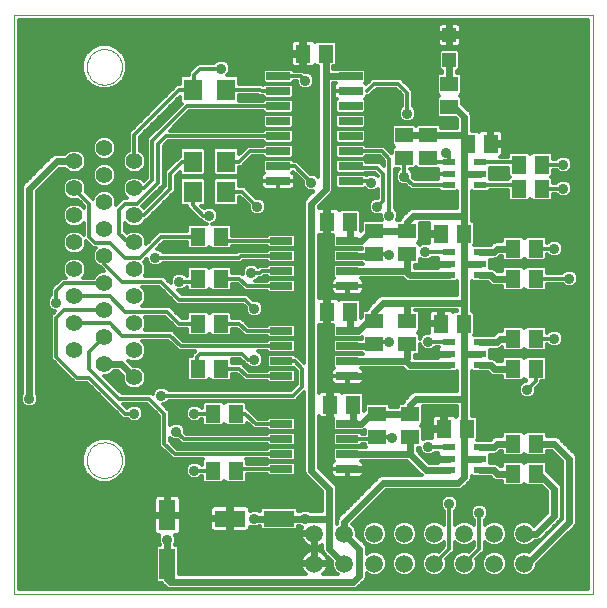
<source format=gtl>
G75*
%MOIN*%
%OFA0B0*%
%FSLAX24Y24*%
%IPPOS*%
%LPD*%
%AMOC8*
5,1,8,0,0,1.08239X$1,22.5*
%
%ADD10C,0.0000*%
%ADD11C,0.0554*%
%ADD12C,0.0594*%
%ADD13R,0.0750X0.0250*%
%ADD14R,0.0512X0.0591*%
%ADD15R,0.0591X0.0512*%
%ADD16R,0.0800X0.0260*%
%ADD17R,0.0630X0.0710*%
%ADD18R,0.0413X0.0236*%
%ADD19R,0.0472X0.0472*%
%ADD20R,0.1024X0.0551*%
%ADD21R,0.0551X0.1024*%
%ADD22C,0.0120*%
%ADD23C,0.0356*%
%ADD24C,0.0240*%
D10*
X004062Y003000D02*
X004062Y022292D01*
X023353Y022292D01*
X023353Y003000D01*
X004062Y003000D01*
X006471Y007445D02*
X006473Y007493D01*
X006479Y007541D01*
X006489Y007588D01*
X006502Y007634D01*
X006520Y007679D01*
X006540Y007723D01*
X006565Y007765D01*
X006593Y007804D01*
X006623Y007841D01*
X006657Y007875D01*
X006694Y007907D01*
X006732Y007936D01*
X006773Y007961D01*
X006816Y007983D01*
X006861Y008001D01*
X006907Y008015D01*
X006954Y008026D01*
X007002Y008033D01*
X007050Y008036D01*
X007098Y008035D01*
X007146Y008030D01*
X007194Y008021D01*
X007240Y008009D01*
X007285Y007992D01*
X007329Y007972D01*
X007371Y007949D01*
X007411Y007922D01*
X007449Y007892D01*
X007484Y007859D01*
X007516Y007823D01*
X007546Y007785D01*
X007572Y007744D01*
X007594Y007701D01*
X007614Y007657D01*
X007629Y007612D01*
X007641Y007565D01*
X007649Y007517D01*
X007653Y007469D01*
X007653Y007421D01*
X007649Y007373D01*
X007641Y007325D01*
X007629Y007278D01*
X007614Y007233D01*
X007594Y007189D01*
X007572Y007146D01*
X007546Y007105D01*
X007516Y007067D01*
X007484Y007031D01*
X007449Y006998D01*
X007411Y006968D01*
X007371Y006941D01*
X007329Y006918D01*
X007285Y006898D01*
X007240Y006881D01*
X007194Y006869D01*
X007146Y006860D01*
X007098Y006855D01*
X007050Y006854D01*
X007002Y006857D01*
X006954Y006864D01*
X006907Y006875D01*
X006861Y006889D01*
X006816Y006907D01*
X006773Y006929D01*
X006732Y006954D01*
X006694Y006983D01*
X006657Y007015D01*
X006623Y007049D01*
X006593Y007086D01*
X006565Y007125D01*
X006540Y007167D01*
X006520Y007211D01*
X006502Y007256D01*
X006489Y007302D01*
X006479Y007349D01*
X006473Y007397D01*
X006471Y007445D01*
X006471Y020555D02*
X006473Y020603D01*
X006479Y020651D01*
X006489Y020698D01*
X006502Y020744D01*
X006520Y020789D01*
X006540Y020833D01*
X006565Y020875D01*
X006593Y020914D01*
X006623Y020951D01*
X006657Y020985D01*
X006694Y021017D01*
X006732Y021046D01*
X006773Y021071D01*
X006816Y021093D01*
X006861Y021111D01*
X006907Y021125D01*
X006954Y021136D01*
X007002Y021143D01*
X007050Y021146D01*
X007098Y021145D01*
X007146Y021140D01*
X007194Y021131D01*
X007240Y021119D01*
X007285Y021102D01*
X007329Y021082D01*
X007371Y021059D01*
X007411Y021032D01*
X007449Y021002D01*
X007484Y020969D01*
X007516Y020933D01*
X007546Y020895D01*
X007572Y020854D01*
X007594Y020811D01*
X007614Y020767D01*
X007629Y020722D01*
X007641Y020675D01*
X007649Y020627D01*
X007653Y020579D01*
X007653Y020531D01*
X007649Y020483D01*
X007641Y020435D01*
X007629Y020388D01*
X007614Y020343D01*
X007594Y020299D01*
X007572Y020256D01*
X007546Y020215D01*
X007516Y020177D01*
X007484Y020141D01*
X007449Y020108D01*
X007411Y020078D01*
X007371Y020051D01*
X007329Y020028D01*
X007285Y020008D01*
X007240Y019991D01*
X007194Y019979D01*
X007146Y019970D01*
X007098Y019965D01*
X007050Y019964D01*
X007002Y019967D01*
X006954Y019974D01*
X006907Y019985D01*
X006861Y019999D01*
X006816Y020017D01*
X006773Y020039D01*
X006732Y020064D01*
X006694Y020093D01*
X006657Y020125D01*
X006623Y020159D01*
X006593Y020196D01*
X006565Y020235D01*
X006540Y020277D01*
X006520Y020321D01*
X006502Y020366D01*
X006489Y020412D01*
X006479Y020459D01*
X006473Y020507D01*
X006471Y020555D01*
D11*
X007062Y017851D03*
X007062Y016951D03*
X007062Y016051D03*
X007062Y015151D03*
X007062Y014251D03*
X007062Y013351D03*
X007062Y012451D03*
X007062Y011551D03*
X007062Y010651D03*
X008062Y010201D03*
X008062Y011101D03*
X008062Y012001D03*
X008062Y012901D03*
X008062Y013801D03*
X008062Y014701D03*
X008062Y015601D03*
X008062Y016501D03*
X008062Y017401D03*
X006062Y017401D03*
X006062Y016501D03*
X006062Y015601D03*
X006062Y014701D03*
X006062Y013801D03*
X006062Y012901D03*
X006062Y012001D03*
X006062Y011101D03*
D12*
X014062Y005000D03*
X014062Y004000D03*
X015062Y004000D03*
X016062Y004000D03*
X017062Y004000D03*
X018062Y004000D03*
X019062Y004000D03*
X020062Y004000D03*
X021062Y004000D03*
X021062Y005000D03*
X020062Y005000D03*
X019062Y005000D03*
X018062Y005000D03*
X017062Y005000D03*
X016062Y005000D03*
X015062Y005000D03*
D13*
X015162Y007150D03*
X015162Y007650D03*
X015162Y008150D03*
X015162Y008650D03*
X015162Y010250D03*
X015162Y010750D03*
X015162Y011250D03*
X015162Y011750D03*
X015162Y013250D03*
X015162Y013750D03*
X015162Y014250D03*
X015162Y014750D03*
X012962Y014750D03*
X012962Y014250D03*
X012962Y013750D03*
X012962Y013250D03*
X012962Y011750D03*
X012962Y011250D03*
X012962Y010750D03*
X012962Y010250D03*
X012962Y008650D03*
X012962Y008150D03*
X012962Y007650D03*
X012962Y007150D03*
D14*
X011436Y007100D03*
X010688Y007100D03*
X010688Y009000D03*
X011436Y009000D03*
X010936Y010500D03*
X010188Y010500D03*
X010188Y012000D03*
X010936Y012000D03*
X010936Y013500D03*
X010188Y013500D03*
X010188Y014900D03*
X010936Y014900D03*
X014488Y015400D03*
X015236Y015400D03*
X015236Y012400D03*
X014488Y012400D03*
X014588Y009300D03*
X015336Y009300D03*
X018288Y012000D03*
X019036Y012000D03*
X020688Y011500D03*
X021436Y011500D03*
X021436Y010500D03*
X020688Y010500D03*
X019136Y008500D03*
X018388Y008500D03*
X020688Y008000D03*
X021436Y008000D03*
X021436Y007000D03*
X020688Y007000D03*
X020688Y013500D03*
X021436Y013500D03*
X021436Y014500D03*
X020688Y014500D03*
X019036Y015000D03*
X018288Y015000D03*
X020888Y016500D03*
X021636Y016500D03*
X021636Y017300D03*
X020888Y017300D03*
X019936Y018000D03*
X019188Y018000D03*
X014436Y021000D03*
X013688Y021000D03*
D15*
X017062Y018274D03*
X017862Y018274D03*
X017862Y017526D03*
X017062Y017526D03*
X018562Y019226D03*
X018562Y019974D03*
X017162Y015074D03*
X017162Y014326D03*
X016062Y014326D03*
X016062Y015074D03*
X016062Y012074D03*
X016062Y011326D03*
X017162Y011326D03*
X017162Y012074D03*
X017262Y008974D03*
X017262Y008226D03*
X016162Y008226D03*
X016162Y008974D03*
D16*
X015272Y016750D03*
X015272Y017250D03*
X015272Y017750D03*
X015272Y018250D03*
X015272Y018750D03*
X015272Y019250D03*
X015272Y019750D03*
X015272Y020250D03*
X012852Y020250D03*
X012852Y019750D03*
X012852Y019250D03*
X012852Y018750D03*
X012852Y018250D03*
X012852Y017750D03*
X012852Y017250D03*
X012852Y016750D03*
D17*
X011122Y016400D03*
X011122Y017400D03*
X010002Y017400D03*
X010002Y016400D03*
X010002Y019800D03*
X011122Y019800D03*
D18*
X018530Y017374D03*
X018530Y017000D03*
X018530Y016626D03*
X019593Y016626D03*
X019593Y017000D03*
X019593Y017374D03*
X019593Y014374D03*
X019593Y014000D03*
X019593Y013626D03*
X018530Y013626D03*
X018530Y014000D03*
X018530Y014374D03*
X018530Y011374D03*
X018530Y011000D03*
X018530Y010626D03*
X019593Y010626D03*
X019593Y011000D03*
X019593Y011374D03*
X019593Y007874D03*
X019593Y007500D03*
X019593Y007126D03*
X018530Y007126D03*
X018530Y007500D03*
X018530Y007874D03*
D19*
X018562Y020787D03*
X018562Y021614D03*
D20*
X012869Y005500D03*
X011255Y005500D03*
D21*
X009162Y005607D03*
X009162Y003993D03*
D22*
X008766Y003948D02*
X004222Y003948D01*
X004222Y003830D02*
X008766Y003830D01*
X008766Y003711D02*
X004222Y003711D01*
X004222Y003593D02*
X008766Y003593D01*
X008766Y003474D02*
X004222Y003474D01*
X004222Y003356D02*
X008967Y003356D01*
X008961Y003361D02*
X009026Y003297D01*
X009126Y003197D01*
X009214Y003160D01*
X015410Y003160D01*
X015498Y003197D01*
X015565Y003264D01*
X015765Y003464D01*
X015802Y003552D01*
X015802Y003671D01*
X015826Y003647D01*
X015979Y003583D01*
X016145Y003583D01*
X016298Y003647D01*
X016415Y003764D01*
X016479Y003917D01*
X016479Y004083D01*
X016415Y004236D01*
X016298Y004354D01*
X016145Y004417D01*
X015979Y004417D01*
X015826Y004354D01*
X015802Y004330D01*
X015802Y004548D01*
X015765Y004636D01*
X015698Y004704D01*
X015479Y004923D01*
X015479Y005083D01*
X015415Y005236D01*
X015326Y005325D01*
X016461Y006460D01*
X018910Y006460D01*
X018998Y006497D01*
X019065Y006564D01*
X019198Y006697D01*
X019265Y006764D01*
X019302Y006852D01*
X019302Y006923D01*
X019337Y006888D01*
X019541Y006888D01*
X019546Y006886D01*
X019936Y006886D01*
X019958Y006864D01*
X020026Y006797D01*
X020114Y006760D01*
X020312Y006760D01*
X020312Y006655D01*
X020382Y006585D01*
X020993Y006585D01*
X021062Y006653D01*
X021130Y006585D01*
X021638Y006585D01*
X021822Y006401D01*
X021822Y005700D01*
X021387Y005265D01*
X021298Y005354D01*
X021145Y005417D01*
X020979Y005417D01*
X020826Y005354D01*
X020709Y005236D01*
X020645Y005083D01*
X020645Y004917D01*
X020709Y004764D01*
X020826Y004647D01*
X020979Y004583D01*
X021145Y004583D01*
X021298Y004647D01*
X021411Y004760D01*
X021510Y004760D01*
X021598Y004797D01*
X022265Y005464D01*
X022302Y005552D01*
X022302Y006548D01*
X022265Y006636D01*
X021812Y007090D01*
X021812Y007345D01*
X021742Y007416D01*
X021130Y007416D01*
X021062Y007347D01*
X020993Y007416D01*
X020382Y007416D01*
X020312Y007345D01*
X020312Y007240D01*
X020261Y007240D01*
X020172Y007330D01*
X020084Y007366D01*
X019920Y007366D01*
X019920Y007634D01*
X020084Y007634D01*
X020172Y007671D01*
X020261Y007760D01*
X020312Y007760D01*
X020312Y007655D01*
X020382Y007585D01*
X020993Y007585D01*
X021062Y007653D01*
X021130Y007585D01*
X021742Y007585D01*
X021812Y007655D01*
X021812Y007760D01*
X021962Y007760D01*
X022322Y007401D01*
X022322Y005500D01*
X021212Y004389D01*
X021145Y004417D01*
X020979Y004417D01*
X020826Y004354D01*
X020709Y004236D01*
X020645Y004083D01*
X020645Y003917D01*
X020709Y003764D01*
X020826Y003647D01*
X020979Y003583D01*
X021145Y003583D01*
X021298Y003647D01*
X021415Y003764D01*
X021479Y003917D01*
X021479Y003978D01*
X022698Y005197D01*
X022765Y005264D01*
X022802Y005352D01*
X022802Y007548D01*
X022765Y007636D01*
X022698Y007704D01*
X022698Y007704D01*
X022265Y008136D01*
X022265Y008136D01*
X022198Y008204D01*
X022110Y008240D01*
X021812Y008240D01*
X021812Y008345D01*
X021742Y008416D01*
X021130Y008416D01*
X021062Y008347D01*
X020993Y008416D01*
X020382Y008416D01*
X020312Y008345D01*
X020312Y008240D01*
X020114Y008240D01*
X020026Y008204D01*
X019958Y008136D01*
X019936Y008114D01*
X019546Y008114D01*
X019541Y008112D01*
X019469Y008112D01*
X019512Y008155D01*
X019512Y008845D01*
X019442Y008916D01*
X019302Y008916D01*
X019302Y010423D01*
X019337Y010388D01*
X019541Y010388D01*
X019546Y010386D01*
X019836Y010386D01*
X019858Y010364D01*
X019926Y010297D01*
X020014Y010260D01*
X020312Y010260D01*
X020312Y010155D01*
X020382Y010085D01*
X020993Y010085D01*
X021062Y010153D01*
X021117Y010098D01*
X021103Y010098D01*
X020993Y010053D01*
X020909Y009969D01*
X020864Y009860D01*
X020864Y009741D01*
X020909Y009631D01*
X020993Y009548D01*
X021103Y009502D01*
X021221Y009502D01*
X021331Y009548D01*
X021415Y009631D01*
X021460Y009741D01*
X021460Y009844D01*
X021616Y010000D01*
X021616Y010085D01*
X021742Y010085D01*
X021812Y010155D01*
X021812Y010845D01*
X021742Y010916D01*
X021130Y010916D01*
X021062Y010847D01*
X020993Y010916D01*
X020382Y010916D01*
X020312Y010845D01*
X020312Y010740D01*
X020161Y010740D01*
X020072Y010830D01*
X019984Y010866D01*
X019920Y010866D01*
X019920Y011134D01*
X020184Y011134D01*
X020272Y011171D01*
X020312Y011211D01*
X020312Y011155D01*
X020382Y011085D01*
X020993Y011085D01*
X021062Y011153D01*
X021130Y011085D01*
X021742Y011085D01*
X021812Y011155D01*
X021812Y011320D01*
X021820Y011320D01*
X021893Y011248D01*
X022003Y011202D01*
X022121Y011202D01*
X022231Y011248D01*
X022315Y011331D01*
X022360Y011441D01*
X022360Y011560D01*
X022315Y011669D01*
X022231Y011753D01*
X022121Y011798D01*
X022003Y011798D01*
X021893Y011753D01*
X021820Y011680D01*
X021812Y011680D01*
X021812Y011845D01*
X021742Y011916D01*
X021130Y011916D01*
X021062Y011847D01*
X020993Y011916D01*
X020382Y011916D01*
X020312Y011845D01*
X020312Y011740D01*
X020214Y011740D01*
X020126Y011704D01*
X020058Y011636D01*
X020036Y011614D01*
X019546Y011614D01*
X019541Y011612D01*
X019369Y011612D01*
X019412Y011655D01*
X019412Y012345D01*
X019342Y012416D01*
X019302Y012416D01*
X019302Y013423D01*
X019337Y013388D01*
X019541Y013388D01*
X019546Y013386D01*
X019836Y013386D01*
X019926Y013297D01*
X020014Y013260D01*
X020312Y013260D01*
X020312Y013155D01*
X020382Y013085D01*
X020993Y013085D01*
X021062Y013153D01*
X021130Y013085D01*
X021742Y013085D01*
X021812Y013155D01*
X021812Y013320D01*
X022320Y013320D01*
X022393Y013248D01*
X022503Y013202D01*
X022621Y013202D01*
X022731Y013248D01*
X022815Y013331D01*
X022860Y013441D01*
X022860Y013560D01*
X022815Y013669D01*
X022731Y013753D01*
X022621Y013798D01*
X022503Y013798D01*
X022393Y013753D01*
X022320Y013680D01*
X021812Y013680D01*
X021812Y013845D01*
X021742Y013916D01*
X021130Y013916D01*
X021062Y013847D01*
X020993Y013916D01*
X020382Y013916D01*
X020312Y013845D01*
X020312Y013740D01*
X020161Y013740D01*
X020072Y013830D01*
X019984Y013866D01*
X019920Y013866D01*
X019920Y014134D01*
X020084Y014134D01*
X020172Y014171D01*
X020261Y014260D01*
X020312Y014260D01*
X020312Y014155D01*
X020382Y014085D01*
X020993Y014085D01*
X021062Y014153D01*
X021130Y014085D01*
X021742Y014085D01*
X021812Y014155D01*
X021812Y014320D01*
X021820Y014320D01*
X021893Y014248D01*
X022003Y014202D01*
X022121Y014202D01*
X022231Y014248D01*
X022315Y014331D01*
X022360Y014441D01*
X022360Y014560D01*
X022315Y014669D01*
X022231Y014753D01*
X022121Y014798D01*
X022003Y014798D01*
X021893Y014753D01*
X021820Y014680D01*
X021812Y014680D01*
X021812Y014845D01*
X021742Y014916D01*
X021130Y014916D01*
X021062Y014847D01*
X020993Y014916D01*
X020382Y014916D01*
X020312Y014845D01*
X020312Y014740D01*
X020114Y014740D01*
X020026Y014704D01*
X019958Y014636D01*
X019936Y014614D01*
X019546Y014614D01*
X019541Y014612D01*
X019369Y014612D01*
X019412Y014655D01*
X019412Y015345D01*
X019342Y015416D01*
X019302Y015416D01*
X019302Y016423D01*
X019337Y016388D01*
X019850Y016388D01*
X019908Y016446D01*
X020512Y016446D01*
X020512Y016155D01*
X020582Y016085D01*
X021193Y016085D01*
X021262Y016153D01*
X021330Y016085D01*
X021942Y016085D01*
X022012Y016155D01*
X022012Y016320D01*
X022120Y016320D01*
X022193Y016248D01*
X022303Y016202D01*
X022421Y016202D01*
X022531Y016248D01*
X022615Y016331D01*
X022660Y016441D01*
X022660Y016560D01*
X022615Y016669D01*
X022531Y016753D01*
X022421Y016798D01*
X022303Y016798D01*
X022193Y016753D01*
X022120Y016680D01*
X022012Y016680D01*
X022012Y016845D01*
X021957Y016900D01*
X022012Y016955D01*
X022012Y017120D01*
X022120Y017120D01*
X022193Y017048D01*
X022303Y017002D01*
X022421Y017002D01*
X022531Y017048D01*
X022615Y017131D01*
X022660Y017241D01*
X022660Y017360D01*
X022615Y017469D01*
X022531Y017553D01*
X022421Y017598D01*
X022303Y017598D01*
X022193Y017553D01*
X022120Y017480D01*
X022012Y017480D01*
X022012Y017645D01*
X021942Y017716D01*
X021330Y017716D01*
X021262Y017647D01*
X021193Y017716D01*
X020582Y017716D01*
X020512Y017645D01*
X020512Y017554D01*
X020248Y017554D01*
X020254Y017556D01*
X020290Y017577D01*
X020320Y017607D01*
X020341Y017643D01*
X020352Y017684D01*
X020352Y017940D01*
X019996Y017940D01*
X019996Y018060D01*
X020352Y018060D01*
X020352Y018317D01*
X020341Y018357D01*
X020320Y018394D01*
X020290Y018424D01*
X020254Y018445D01*
X020213Y018456D01*
X019996Y018456D01*
X019996Y018060D01*
X019876Y018060D01*
X019876Y018456D01*
X019659Y018456D01*
X019618Y018445D01*
X019582Y018424D01*
X019552Y018394D01*
X019539Y018370D01*
X019493Y018416D01*
X019302Y018416D01*
X019302Y018948D01*
X019265Y019036D01*
X019198Y019104D01*
X019198Y019104D01*
X018977Y019324D01*
X018977Y019532D01*
X018909Y019600D01*
X018977Y019669D01*
X018977Y020280D01*
X018907Y020350D01*
X018802Y020350D01*
X018802Y020431D01*
X018848Y020431D01*
X018918Y020501D01*
X018918Y021073D01*
X018848Y021143D01*
X018276Y021143D01*
X018206Y021073D01*
X018206Y020501D01*
X018276Y020431D01*
X018322Y020431D01*
X018322Y020350D01*
X018217Y020350D01*
X018147Y020280D01*
X018147Y019669D01*
X018215Y019600D01*
X018147Y019532D01*
X018147Y018921D01*
X018217Y018850D01*
X018772Y018850D01*
X018822Y018801D01*
X018822Y018514D01*
X018277Y018514D01*
X018277Y018580D01*
X018207Y018650D01*
X017517Y018650D01*
X017462Y018595D01*
X017407Y018650D01*
X016717Y018650D01*
X016647Y018580D01*
X016647Y017969D01*
X016715Y017900D01*
X016647Y017832D01*
X016647Y017670D01*
X016636Y017680D01*
X016386Y017930D01*
X015792Y017930D01*
X015722Y018000D01*
X014822Y018000D01*
X014752Y017930D01*
X014752Y017571D01*
X014822Y017500D01*
X014752Y017430D01*
X014752Y017071D01*
X014822Y017000D01*
X014752Y016930D01*
X014752Y016571D01*
X014822Y016500D01*
X015722Y016500D01*
X015731Y016510D01*
X015793Y016448D01*
X015903Y016402D01*
X016021Y016402D01*
X016131Y016448D01*
X016182Y016499D01*
X016182Y016198D01*
X016103Y016198D01*
X015993Y016153D01*
X015909Y016069D01*
X015864Y015960D01*
X015864Y015841D01*
X015909Y015731D01*
X015993Y015648D01*
X016103Y015602D01*
X016221Y015602D01*
X016264Y015620D01*
X016264Y015541D01*
X016301Y015450D01*
X015717Y015450D01*
X015647Y015380D01*
X015647Y015124D01*
X015612Y015090D01*
X015612Y015745D01*
X015542Y015816D01*
X014930Y015816D01*
X014885Y015770D01*
X014872Y015794D01*
X014842Y015824D01*
X014806Y015845D01*
X014765Y015856D01*
X014548Y015856D01*
X014548Y015460D01*
X014428Y015460D01*
X014428Y015856D01*
X014211Y015856D01*
X014202Y015853D01*
X014202Y015901D01*
X014639Y016338D01*
X014676Y016427D01*
X014676Y020010D01*
X014777Y020010D01*
X014774Y020008D01*
X014744Y019978D01*
X014723Y019942D01*
X014712Y019901D01*
X014712Y019755D01*
X015267Y019755D01*
X015267Y019745D01*
X014712Y019745D01*
X014712Y019599D01*
X014723Y019558D01*
X014744Y019522D01*
X014774Y019492D01*
X014799Y019477D01*
X014752Y019430D01*
X014752Y019071D01*
X014822Y019000D01*
X014752Y018930D01*
X014752Y018571D01*
X014822Y018500D01*
X014752Y018430D01*
X014752Y018071D01*
X014822Y018000D01*
X015722Y018000D01*
X015792Y018071D01*
X015792Y018430D01*
X015722Y018500D01*
X015792Y018571D01*
X015792Y018930D01*
X015722Y019000D01*
X015792Y019071D01*
X015792Y019430D01*
X015744Y019477D01*
X015770Y019492D01*
X015800Y019522D01*
X015821Y019558D01*
X015824Y019570D01*
X015886Y019570D01*
X016136Y019820D01*
X016787Y019820D01*
X016982Y019626D01*
X016982Y019242D01*
X016909Y019169D01*
X016864Y019060D01*
X016864Y018941D01*
X016909Y018831D01*
X016993Y018748D01*
X017103Y018702D01*
X017221Y018702D01*
X017331Y018748D01*
X017415Y018831D01*
X017460Y018941D01*
X017460Y019060D01*
X017415Y019169D01*
X017342Y019242D01*
X017342Y019775D01*
X017236Y019880D01*
X016936Y020180D01*
X015987Y020180D01*
X015882Y020075D01*
X015793Y019986D01*
X015770Y020008D01*
X015744Y020023D01*
X015792Y020071D01*
X015792Y020430D01*
X015722Y020500D01*
X014822Y020500D01*
X014812Y020490D01*
X014676Y020490D01*
X014676Y020585D01*
X014742Y020585D01*
X014812Y020655D01*
X014812Y021345D01*
X014742Y021416D01*
X014130Y021416D01*
X014085Y021370D01*
X014072Y021394D01*
X014042Y021424D01*
X014006Y021445D01*
X013965Y021456D01*
X013748Y021456D01*
X013748Y021060D01*
X013628Y021060D01*
X013628Y020940D01*
X013748Y020940D01*
X013748Y020545D01*
X013965Y020545D01*
X014006Y020556D01*
X014042Y020577D01*
X014072Y020607D01*
X014085Y020630D01*
X014130Y020585D01*
X014196Y020585D01*
X014196Y016888D01*
X014131Y016953D01*
X014021Y016998D01*
X013918Y016998D01*
X013486Y017430D01*
X013372Y017430D01*
X013302Y017500D01*
X012402Y017500D01*
X012332Y017430D01*
X012332Y017071D01*
X012379Y017023D01*
X012354Y017008D01*
X012324Y016978D01*
X012303Y016942D01*
X012292Y016901D01*
X012292Y016755D01*
X012847Y016755D01*
X012847Y016745D01*
X012857Y016745D01*
X012857Y016460D01*
X013273Y016460D01*
X013314Y016471D01*
X013350Y016492D01*
X013380Y016522D01*
X013401Y016558D01*
X013412Y016599D01*
X013412Y016745D01*
X012857Y016745D01*
X012857Y016755D01*
X013412Y016755D01*
X013412Y016901D01*
X013401Y016942D01*
X013380Y016978D01*
X013350Y017008D01*
X013324Y017023D01*
X013354Y017053D01*
X013664Y016744D01*
X013664Y016641D01*
X013709Y016531D01*
X013793Y016448D01*
X013903Y016402D01*
X014021Y016402D01*
X014027Y016404D01*
X013826Y016204D01*
X013758Y016136D01*
X013722Y016048D01*
X013722Y010695D01*
X013592Y010825D01*
X013486Y010930D01*
X013452Y010930D01*
X013387Y010995D01*
X012537Y010995D01*
X012467Y010925D01*
X012467Y010576D01*
X012537Y010505D01*
X013387Y010505D01*
X013394Y010513D01*
X013482Y010426D01*
X013482Y009975D01*
X013287Y009780D01*
X009203Y009780D01*
X009131Y009853D01*
X009021Y009898D01*
X008903Y009898D01*
X008793Y009853D01*
X008709Y009769D01*
X008664Y009660D01*
X008664Y009653D01*
X008636Y009680D01*
X007636Y009680D01*
X007062Y010254D01*
X007141Y010254D01*
X007287Y010315D01*
X007384Y010411D01*
X007512Y010411D01*
X007665Y010259D01*
X007665Y010122D01*
X007725Y009976D01*
X007837Y009865D01*
X007983Y009804D01*
X008141Y009804D01*
X008287Y009865D01*
X008399Y009976D01*
X008459Y010122D01*
X008459Y010280D01*
X008399Y010426D01*
X008287Y010538D01*
X008141Y010599D01*
X008004Y010599D01*
X007839Y010764D01*
X007983Y010704D01*
X008141Y010704D01*
X008287Y010765D01*
X008399Y010876D01*
X008459Y011022D01*
X008459Y011180D01*
X008399Y011326D01*
X008305Y011420D01*
X009187Y011420D01*
X009432Y011176D01*
X009537Y011070D01*
X010077Y011070D01*
X009982Y010975D01*
X009982Y010916D01*
X009882Y010916D01*
X009812Y010845D01*
X009812Y010155D01*
X009882Y010085D01*
X010493Y010085D01*
X010562Y010153D01*
X010630Y010085D01*
X011242Y010085D01*
X011312Y010155D01*
X011312Y010320D01*
X011487Y010320D01*
X011632Y010176D01*
X011737Y010070D01*
X012472Y010070D01*
X012537Y010005D01*
X013387Y010005D01*
X013457Y010076D01*
X013457Y010425D01*
X013387Y010495D01*
X012537Y010495D01*
X012472Y010430D01*
X011886Y010430D01*
X011636Y010680D01*
X011312Y010680D01*
X011312Y010820D01*
X011587Y010820D01*
X011682Y010726D01*
X011787Y010620D01*
X011820Y010620D01*
X011893Y010548D01*
X012003Y010502D01*
X012121Y010502D01*
X012231Y010548D01*
X012315Y010631D01*
X012360Y010741D01*
X012360Y010860D01*
X012315Y010969D01*
X012231Y011053D01*
X012189Y011070D01*
X012472Y011070D01*
X012537Y011005D01*
X013387Y011005D01*
X013457Y011076D01*
X013457Y011425D01*
X013387Y011495D01*
X012537Y011495D01*
X012472Y011430D01*
X009686Y011430D01*
X009336Y011780D01*
X008400Y011780D01*
X008459Y011922D01*
X008459Y012080D01*
X008401Y012220D01*
X009087Y012220D01*
X009382Y011926D01*
X009487Y011820D01*
X009812Y011820D01*
X009812Y011655D01*
X009882Y011585D01*
X010493Y011585D01*
X010562Y011653D01*
X010630Y011585D01*
X011242Y011585D01*
X011312Y011655D01*
X011312Y011820D01*
X011487Y011820D01*
X011737Y011570D01*
X012472Y011570D01*
X012537Y011505D01*
X013387Y011505D01*
X013457Y011576D01*
X013457Y011925D01*
X013387Y011995D01*
X012537Y011995D01*
X012472Y011930D01*
X011886Y011930D01*
X011742Y012075D01*
X011636Y012180D01*
X011312Y012180D01*
X011312Y012345D01*
X011242Y012416D01*
X010630Y012416D01*
X010562Y012347D01*
X010493Y012416D01*
X009882Y012416D01*
X009812Y012345D01*
X009812Y012180D01*
X009636Y012180D01*
X009236Y012580D01*
X008302Y012580D01*
X008399Y012676D01*
X008459Y012822D01*
X008459Y012980D01*
X008399Y013126D01*
X008305Y013220D01*
X008887Y013220D01*
X009382Y012726D01*
X009487Y012620D01*
X011687Y012620D01*
X011764Y012544D01*
X011764Y012441D01*
X011809Y012331D01*
X011893Y012248D01*
X012003Y012202D01*
X012121Y012202D01*
X012231Y012248D01*
X012315Y012331D01*
X012360Y012441D01*
X012360Y012560D01*
X012315Y012669D01*
X012231Y012753D01*
X012121Y012798D01*
X012018Y012798D01*
X011836Y012980D01*
X009636Y012980D01*
X009515Y013102D01*
X009621Y013102D01*
X009731Y013148D01*
X009803Y013220D01*
X009812Y013220D01*
X009812Y013155D01*
X009882Y013085D01*
X010493Y013085D01*
X010562Y013153D01*
X010630Y013085D01*
X011242Y013085D01*
X011312Y013155D01*
X011312Y013320D01*
X011487Y013320D01*
X011737Y013070D01*
X012472Y013070D01*
X012537Y013005D01*
X013387Y013005D01*
X013457Y013076D01*
X013457Y013425D01*
X013387Y013495D01*
X012537Y013495D01*
X012472Y013430D01*
X012089Y013430D01*
X012131Y013448D01*
X012203Y013520D01*
X012336Y013520D01*
X012386Y013570D01*
X012472Y013570D01*
X012537Y013505D01*
X013387Y013505D01*
X013457Y013576D01*
X013457Y013925D01*
X013387Y013995D01*
X012537Y013995D01*
X012472Y013930D01*
X012237Y013930D01*
X012195Y013888D01*
X012131Y013953D01*
X012021Y013998D01*
X011903Y013998D01*
X011793Y013953D01*
X011709Y013869D01*
X011664Y013760D01*
X011664Y013653D01*
X011636Y013680D01*
X011312Y013680D01*
X011312Y013845D01*
X011242Y013916D01*
X010630Y013916D01*
X010562Y013847D01*
X010493Y013916D01*
X009882Y013916D01*
X009812Y013845D01*
X009812Y013580D01*
X009803Y013580D01*
X009731Y013653D01*
X009621Y013698D01*
X009503Y013698D01*
X009393Y013653D01*
X009309Y013569D01*
X009264Y013460D01*
X009264Y013353D01*
X009036Y013580D01*
X008400Y013580D01*
X008459Y013722D01*
X008459Y013880D01*
X008399Y014026D01*
X008371Y014054D01*
X008464Y014148D01*
X008464Y014141D01*
X008509Y014031D01*
X008593Y013948D01*
X008703Y013902D01*
X008821Y013902D01*
X008931Y013948D01*
X009003Y014020D01*
X011636Y014020D01*
X011686Y014070D01*
X012472Y014070D01*
X012537Y014005D01*
X013387Y014005D01*
X013457Y014076D01*
X013457Y014425D01*
X013387Y014495D01*
X013722Y014495D01*
X013722Y014613D02*
X013457Y014613D01*
X013457Y014576D02*
X013457Y014925D01*
X013387Y014995D01*
X012537Y014995D01*
X012472Y014930D01*
X011312Y014930D01*
X011312Y015245D01*
X011242Y015316D01*
X010653Y015316D01*
X010731Y015348D01*
X010815Y015431D01*
X010860Y015541D01*
X010860Y015660D01*
X010815Y015769D01*
X010731Y015853D01*
X010621Y015898D01*
X010503Y015898D01*
X010393Y015853D01*
X010378Y015838D01*
X010291Y015925D01*
X010367Y015925D01*
X010437Y015996D01*
X010437Y016805D01*
X010367Y016875D01*
X009637Y016875D01*
X009567Y016805D01*
X009567Y015996D01*
X009637Y015925D01*
X009822Y015925D01*
X009822Y015886D01*
X009927Y015780D01*
X010287Y015420D01*
X010320Y015420D01*
X010393Y015348D01*
X010470Y015316D01*
X009882Y015316D01*
X009812Y015245D01*
X009812Y015080D01*
X008887Y015080D01*
X008782Y014975D01*
X008459Y014652D01*
X008459Y014780D01*
X008399Y014926D01*
X008287Y015038D01*
X008141Y015099D01*
X007983Y015099D01*
X007837Y015038D01*
X007808Y015009D01*
X007742Y015075D01*
X007742Y015360D01*
X007837Y015265D01*
X007983Y015204D01*
X008141Y015204D01*
X008287Y015265D01*
X008399Y015376D01*
X008417Y015421D01*
X008438Y015421D01*
X009336Y016320D01*
X009442Y016426D01*
X009442Y016926D01*
X009567Y017051D01*
X009567Y016996D01*
X009637Y016925D01*
X010367Y016925D01*
X010437Y016996D01*
X010437Y017805D01*
X010367Y017875D01*
X009637Y017875D01*
X009567Y017805D01*
X009567Y017560D01*
X009482Y017475D01*
X009082Y017075D01*
X009082Y016575D01*
X008366Y015859D01*
X008321Y015904D01*
X008936Y016520D01*
X009042Y016626D01*
X009042Y017926D01*
X009186Y018070D01*
X012332Y018070D01*
X012402Y018000D01*
X012332Y017930D01*
X011837Y017930D01*
X011557Y017650D01*
X011557Y017805D01*
X011486Y017875D01*
X010757Y017875D01*
X010687Y017805D01*
X010687Y016996D01*
X010757Y016925D01*
X011486Y016925D01*
X011557Y016996D01*
X011557Y017220D01*
X011636Y017220D01*
X011986Y017570D01*
X012332Y017570D01*
X012402Y017500D01*
X013302Y017500D01*
X013372Y017571D01*
X013372Y017930D01*
X013302Y018000D01*
X013372Y018071D01*
X013372Y018430D01*
X013302Y018500D01*
X012402Y018500D01*
X012332Y018430D01*
X009246Y018430D01*
X009886Y019070D01*
X012332Y019070D01*
X012402Y019000D01*
X012332Y018930D01*
X012332Y018571D01*
X012402Y018500D01*
X013302Y018500D01*
X013372Y018571D01*
X013372Y018930D01*
X013302Y019000D01*
X013372Y019071D01*
X013372Y019430D01*
X013302Y019500D01*
X013372Y019571D01*
X013372Y019930D01*
X013302Y020000D01*
X012402Y020000D01*
X012359Y019957D01*
X012336Y019980D01*
X011557Y019980D01*
X011557Y020205D01*
X011486Y020275D01*
X011158Y020275D01*
X011215Y020331D01*
X011260Y020441D01*
X011260Y020560D01*
X011215Y020669D01*
X011131Y020753D01*
X011021Y020798D01*
X010903Y020798D01*
X010793Y020753D01*
X010720Y020680D01*
X010187Y020680D01*
X009987Y020480D01*
X009882Y020375D01*
X009882Y020275D01*
X009637Y020275D01*
X009567Y020205D01*
X009567Y019980D01*
X009487Y019980D01*
X009382Y019875D01*
X007882Y018375D01*
X007882Y017757D01*
X007837Y017738D01*
X007725Y017626D01*
X007665Y017480D01*
X007665Y017322D01*
X007725Y017176D01*
X007837Y017065D01*
X007983Y017004D01*
X008141Y017004D01*
X008287Y017065D01*
X008399Y017176D01*
X008459Y017322D01*
X008459Y017480D01*
X008399Y017626D01*
X008287Y017738D01*
X008242Y017757D01*
X008242Y018226D01*
X009567Y019551D01*
X009567Y019396D01*
X009635Y019328D01*
X009632Y019325D01*
X009632Y019325D01*
X008587Y018280D01*
X008482Y018175D01*
X008482Y016875D01*
X008366Y016759D01*
X008287Y016838D01*
X008141Y016899D01*
X007983Y016899D01*
X007837Y016838D01*
X007725Y016726D01*
X007665Y016580D01*
X007665Y016422D01*
X007725Y016276D01*
X007821Y016180D01*
X007687Y016180D01*
X007582Y016075D01*
X007445Y015937D01*
X007459Y015972D01*
X007459Y016130D01*
X007399Y016276D01*
X007287Y016388D01*
X007141Y016449D01*
X006983Y016449D01*
X006837Y016388D01*
X006725Y016276D01*
X006671Y016146D01*
X006636Y016180D01*
X006440Y016377D01*
X006459Y016422D01*
X006459Y016580D01*
X006399Y016726D01*
X006287Y016838D01*
X006141Y016899D01*
X005983Y016899D01*
X005837Y016838D01*
X005725Y016726D01*
X005665Y016580D01*
X005665Y016422D01*
X005725Y016276D01*
X005837Y016165D01*
X005983Y016104D01*
X006141Y016104D01*
X006185Y016123D01*
X006382Y015926D01*
X006382Y015843D01*
X006287Y015938D01*
X006141Y015999D01*
X005983Y015999D01*
X005837Y015938D01*
X005725Y015826D01*
X005665Y015680D01*
X004802Y015680D01*
X004802Y015798D02*
X005714Y015798D01*
X005665Y015680D02*
X005665Y015522D01*
X005725Y015376D01*
X005837Y015265D01*
X005983Y015204D01*
X006141Y015204D01*
X006287Y015265D01*
X006382Y015360D01*
X006382Y014943D01*
X006287Y015038D01*
X006141Y015099D01*
X005983Y015099D01*
X005837Y015038D01*
X005725Y014926D01*
X005665Y014780D01*
X005665Y014622D01*
X005725Y014476D01*
X005837Y014365D01*
X005983Y014304D01*
X006141Y014304D01*
X006287Y014365D01*
X006399Y014476D01*
X006459Y014622D01*
X006459Y014749D01*
X006582Y014626D01*
X006687Y014520D01*
X006769Y014520D01*
X006725Y014476D01*
X006665Y014330D01*
X006665Y014172D01*
X006725Y014026D01*
X006837Y013915D01*
X006932Y013875D01*
X007059Y013749D01*
X006983Y013749D01*
X006837Y013688D01*
X006725Y013576D01*
X006707Y013531D01*
X006354Y013531D01*
X006399Y013576D01*
X006459Y013722D01*
X006459Y013880D01*
X006399Y014026D01*
X006287Y014138D01*
X006141Y014199D01*
X005983Y014199D01*
X005837Y014138D01*
X005725Y014026D01*
X005665Y013880D01*
X005665Y013722D01*
X005725Y013576D01*
X005770Y013531D01*
X005639Y013531D01*
X005387Y013280D01*
X005282Y013175D01*
X005282Y012942D01*
X005209Y012869D01*
X005164Y012760D01*
X005164Y012641D01*
X005209Y012531D01*
X005293Y012448D01*
X005403Y012402D01*
X005409Y012402D01*
X005387Y012380D01*
X005282Y012275D01*
X005282Y010826D01*
X005982Y010126D01*
X006087Y010020D01*
X006487Y010020D01*
X007582Y008926D01*
X007687Y008820D01*
X007820Y008820D01*
X007893Y008748D01*
X008003Y008702D01*
X008121Y008702D01*
X008231Y008748D01*
X008315Y008831D01*
X008360Y008941D01*
X008360Y009060D01*
X008315Y009169D01*
X008231Y009253D01*
X008121Y009298D01*
X008003Y009298D01*
X007893Y009253D01*
X007828Y009188D01*
X007696Y009320D01*
X008487Y009320D01*
X008882Y008926D01*
X008882Y007926D01*
X008987Y007820D01*
X009337Y007470D01*
X010337Y007470D01*
X010312Y007445D01*
X010312Y007280D01*
X010303Y007280D01*
X010231Y007353D01*
X010121Y007398D01*
X010003Y007398D01*
X009893Y007353D01*
X009809Y007269D01*
X009764Y007160D01*
X009764Y007041D01*
X009809Y006931D01*
X009893Y006848D01*
X010003Y006802D01*
X010121Y006802D01*
X010231Y006848D01*
X010303Y006920D01*
X010312Y006920D01*
X010312Y006755D01*
X010382Y006685D01*
X010993Y006685D01*
X011062Y006753D01*
X011130Y006685D01*
X011742Y006685D01*
X011812Y006755D01*
X011812Y006970D01*
X012472Y006970D01*
X012537Y006905D01*
X013387Y006905D01*
X013457Y006976D01*
X013457Y007325D01*
X013387Y007395D01*
X012537Y007395D01*
X012472Y007330D01*
X011812Y007330D01*
X011812Y007445D01*
X011787Y007470D01*
X012472Y007470D01*
X012537Y007405D01*
X013387Y007405D01*
X013457Y007476D01*
X013457Y007825D01*
X013387Y007895D01*
X012537Y007895D01*
X012472Y007830D01*
X009486Y007830D01*
X009242Y008075D01*
X009242Y008199D01*
X009293Y008148D01*
X009403Y008102D01*
X009505Y008102D01*
X009637Y007970D01*
X012472Y007970D01*
X012537Y007905D01*
X013387Y007905D01*
X013457Y007976D01*
X013457Y008325D01*
X013387Y008395D01*
X012537Y008395D01*
X012472Y008330D01*
X009786Y008330D01*
X009760Y008357D01*
X009760Y008460D01*
X009715Y008569D01*
X009631Y008653D01*
X009521Y008698D01*
X009403Y008698D01*
X009293Y008653D01*
X009242Y008602D01*
X009242Y009075D01*
X009015Y009302D01*
X009021Y009302D01*
X009131Y009348D01*
X009203Y009420D01*
X013436Y009420D01*
X013722Y009706D01*
X013722Y007052D01*
X013758Y006964D01*
X014322Y006401D01*
X014322Y005740D01*
X013943Y005740D01*
X013931Y005753D01*
X013821Y005798D01*
X013703Y005798D01*
X013593Y005753D01*
X013580Y005740D01*
X013501Y005740D01*
X013501Y005826D01*
X013430Y005896D01*
X012307Y005896D01*
X012237Y005826D01*
X012237Y005747D01*
X012231Y005753D01*
X012121Y005798D01*
X012003Y005798D01*
X011927Y005767D01*
X011927Y005797D01*
X011916Y005838D01*
X011895Y005874D01*
X011865Y005904D01*
X011828Y005925D01*
X011788Y005936D01*
X011315Y005936D01*
X011315Y005560D01*
X011195Y005560D01*
X011195Y005440D01*
X011315Y005440D01*
X011315Y005065D01*
X011788Y005065D01*
X011828Y005076D01*
X011865Y005097D01*
X011895Y005126D01*
X011916Y005163D01*
X011927Y005204D01*
X011927Y005234D01*
X012003Y005202D01*
X012121Y005202D01*
X012231Y005248D01*
X012237Y005254D01*
X012237Y005175D01*
X012307Y005105D01*
X013430Y005105D01*
X013501Y005175D01*
X013501Y005260D01*
X013580Y005260D01*
X013593Y005248D01*
X013661Y005219D01*
X013639Y005176D01*
X013616Y005107D01*
X013605Y005039D01*
X014023Y005039D01*
X014023Y004962D01*
X013605Y004962D01*
X013616Y004893D01*
X013639Y004825D01*
X013671Y004761D01*
X013713Y004703D01*
X013764Y004652D01*
X013822Y004610D01*
X013887Y004577D01*
X013955Y004555D01*
X014023Y004544D01*
X014023Y004962D01*
X014100Y004962D01*
X014100Y004544D01*
X014169Y004555D01*
X014237Y004577D01*
X014301Y004610D01*
X014322Y004624D01*
X014322Y004452D01*
X014358Y004364D01*
X014426Y004297D01*
X014645Y004078D01*
X014645Y003917D01*
X014709Y003764D01*
X014826Y003647D01*
X014842Y003640D01*
X014344Y003640D01*
X014360Y003652D01*
X014410Y003703D01*
X014453Y003761D01*
X014485Y003825D01*
X014507Y003893D01*
X014518Y003962D01*
X014100Y003962D01*
X014100Y004039D01*
X014023Y004039D01*
X014023Y003962D01*
X013605Y003962D01*
X013616Y003893D01*
X013639Y003825D01*
X013671Y003761D01*
X013713Y003703D01*
X013764Y003652D01*
X013780Y003640D01*
X009557Y003640D01*
X009557Y004555D01*
X009487Y004625D01*
X009408Y004625D01*
X009415Y004631D01*
X009460Y004741D01*
X009460Y004860D01*
X009429Y004936D01*
X009459Y004936D01*
X009499Y004946D01*
X009536Y004967D01*
X009566Y004997D01*
X009587Y005034D01*
X009597Y005074D01*
X009597Y005547D01*
X009222Y005547D01*
X009222Y005667D01*
X009597Y005667D01*
X009597Y006140D01*
X009587Y006181D01*
X009566Y006217D01*
X009536Y006247D01*
X009499Y006268D01*
X009459Y006279D01*
X009222Y006279D01*
X009222Y005667D01*
X009102Y005667D01*
X009102Y005547D01*
X008726Y005547D01*
X008726Y005074D01*
X008737Y005034D01*
X008758Y004997D01*
X008788Y004967D01*
X008825Y004946D01*
X008865Y004936D01*
X008895Y004936D01*
X008864Y004860D01*
X008864Y004741D01*
X008909Y004631D01*
X008916Y004625D01*
X008837Y004625D01*
X008766Y004555D01*
X008766Y003432D01*
X008837Y003361D01*
X008961Y003361D01*
X009085Y003237D02*
X004222Y003237D01*
X004222Y003160D02*
X004222Y022132D01*
X023193Y022132D01*
X023193Y003160D01*
X004222Y003160D01*
X004222Y004067D02*
X008766Y004067D01*
X008766Y004185D02*
X004222Y004185D01*
X004222Y004304D02*
X008766Y004304D01*
X008766Y004422D02*
X004222Y004422D01*
X004222Y004541D02*
X008766Y004541D01*
X008898Y004659D02*
X004222Y004659D01*
X004222Y004778D02*
X008864Y004778D01*
X008879Y004896D02*
X004222Y004896D01*
X004222Y005015D02*
X008748Y005015D01*
X008726Y005133D02*
X004222Y005133D01*
X004222Y005252D02*
X008726Y005252D01*
X008726Y005370D02*
X004222Y005370D01*
X004222Y005489D02*
X008726Y005489D01*
X008726Y005667D02*
X009102Y005667D01*
X009102Y006279D01*
X008865Y006279D01*
X008825Y006268D01*
X008788Y006247D01*
X008758Y006217D01*
X008737Y006181D01*
X008726Y006140D01*
X008726Y005667D01*
X008726Y005726D02*
X004222Y005726D01*
X004222Y005844D02*
X008726Y005844D01*
X008726Y005963D02*
X004222Y005963D01*
X004222Y006081D02*
X008726Y006081D01*
X008748Y006200D02*
X004222Y006200D01*
X004222Y006318D02*
X014322Y006318D01*
X014322Y006200D02*
X009576Y006200D01*
X009597Y006081D02*
X014322Y006081D01*
X014322Y005963D02*
X009597Y005963D01*
X009597Y005844D02*
X010598Y005844D01*
X010594Y005838D02*
X010583Y005797D01*
X010583Y005560D01*
X011195Y005560D01*
X011195Y005936D01*
X010722Y005936D01*
X010681Y005925D01*
X010645Y005904D01*
X010615Y005874D01*
X010594Y005838D01*
X010583Y005726D02*
X009597Y005726D01*
X009597Y005489D02*
X011195Y005489D01*
X011195Y005440D02*
X010583Y005440D01*
X010583Y005204D01*
X010594Y005163D01*
X010615Y005126D01*
X010645Y005097D01*
X010681Y005076D01*
X010722Y005065D01*
X011195Y005065D01*
X011195Y005440D01*
X011195Y005370D02*
X011315Y005370D01*
X011315Y005252D02*
X011195Y005252D01*
X011195Y005133D02*
X011315Y005133D01*
X011315Y005607D02*
X011195Y005607D01*
X011195Y005726D02*
X011315Y005726D01*
X011315Y005844D02*
X011195Y005844D01*
X010583Y005607D02*
X009222Y005607D01*
X009222Y005726D02*
X009102Y005726D01*
X009102Y005844D02*
X009222Y005844D01*
X009222Y005963D02*
X009102Y005963D01*
X009102Y006081D02*
X009222Y006081D01*
X009222Y006200D02*
X009102Y006200D01*
X009102Y005607D02*
X004222Y005607D01*
X004222Y006437D02*
X014286Y006437D01*
X014167Y006555D02*
X004222Y006555D01*
X004222Y006674D02*
X014049Y006674D01*
X013930Y006792D02*
X011812Y006792D01*
X011812Y006911D02*
X012532Y006911D01*
X012527Y007385D02*
X011812Y007385D01*
X011486Y007150D02*
X011436Y007100D01*
X011486Y007150D02*
X012962Y007150D01*
X013392Y006911D02*
X013812Y006911D01*
X013732Y007029D02*
X013457Y007029D01*
X013457Y007148D02*
X013722Y007148D01*
X013722Y007266D02*
X013457Y007266D01*
X013397Y007385D02*
X013722Y007385D01*
X013722Y007503D02*
X013457Y007503D01*
X013457Y007622D02*
X013722Y007622D01*
X013722Y007740D02*
X013457Y007740D01*
X013423Y007859D02*
X013722Y007859D01*
X013722Y007977D02*
X013457Y007977D01*
X013457Y008096D02*
X013722Y008096D01*
X013722Y008214D02*
X013457Y008214D01*
X013449Y008333D02*
X013722Y008333D01*
X013722Y008451D02*
X013433Y008451D01*
X013457Y008476D02*
X013457Y008825D01*
X013387Y008895D01*
X012537Y008895D01*
X012472Y008830D01*
X012186Y008830D01*
X011836Y009180D01*
X011812Y009180D01*
X011812Y009345D01*
X011742Y009416D01*
X011130Y009416D01*
X011062Y009347D01*
X010993Y009416D01*
X010382Y009416D01*
X010312Y009345D01*
X010312Y009180D01*
X010303Y009180D01*
X010231Y009253D01*
X010121Y009298D01*
X010003Y009298D01*
X009893Y009253D01*
X009809Y009169D01*
X009764Y009060D01*
X009764Y008941D01*
X009809Y008831D01*
X009893Y008748D01*
X010003Y008702D01*
X010121Y008702D01*
X010231Y008748D01*
X010303Y008820D01*
X010312Y008820D01*
X010312Y008655D01*
X010382Y008585D01*
X010993Y008585D01*
X011062Y008653D01*
X011130Y008585D01*
X011742Y008585D01*
X011812Y008655D01*
X011812Y008696D01*
X011932Y008576D01*
X012037Y008470D01*
X012472Y008470D01*
X012537Y008405D01*
X013387Y008405D01*
X013457Y008476D01*
X013457Y008570D02*
X013722Y008570D01*
X013722Y008688D02*
X013457Y008688D01*
X013457Y008807D02*
X013722Y008807D01*
X013722Y008925D02*
X012091Y008925D01*
X011973Y009044D02*
X013722Y009044D01*
X013722Y009162D02*
X011854Y009162D01*
X011812Y009281D02*
X013722Y009281D01*
X013722Y009399D02*
X011758Y009399D01*
X011762Y009000D02*
X011436Y009000D01*
X011762Y009000D02*
X012112Y008650D01*
X012962Y008650D01*
X012962Y008150D02*
X009712Y008150D01*
X009462Y008400D01*
X009546Y008688D02*
X010312Y008688D01*
X010312Y008807D02*
X010290Y008807D01*
X010062Y009000D02*
X010688Y009000D01*
X010312Y009281D02*
X010164Y009281D01*
X009960Y009281D02*
X009036Y009281D01*
X009154Y009162D02*
X009806Y009162D01*
X009764Y009044D02*
X009242Y009044D01*
X009242Y008925D02*
X009770Y008925D01*
X009834Y008807D02*
X009242Y008807D01*
X009242Y008688D02*
X009378Y008688D01*
X009714Y008570D02*
X011938Y008570D01*
X011819Y008688D02*
X011812Y008688D01*
X012491Y008451D02*
X009760Y008451D01*
X009784Y008333D02*
X012475Y008333D01*
X012501Y007859D02*
X009458Y007859D01*
X009339Y007977D02*
X009630Y007977D01*
X009512Y008096D02*
X009242Y008096D01*
X009062Y008000D02*
X009412Y007650D01*
X012962Y007650D01*
X014202Y007622D02*
X014667Y007622D01*
X014667Y007740D02*
X014202Y007740D01*
X014202Y007859D02*
X014701Y007859D01*
X014667Y007825D02*
X014667Y007476D01*
X014721Y007422D01*
X014689Y007403D01*
X014659Y007373D01*
X014638Y007337D01*
X014627Y007296D01*
X014627Y007153D01*
X015159Y007153D01*
X015159Y007148D01*
X014254Y007148D01*
X014202Y007200D02*
X014202Y008910D01*
X014204Y008907D01*
X014234Y008877D01*
X014270Y008856D01*
X014311Y008845D01*
X014528Y008845D01*
X014528Y009240D01*
X014648Y009240D01*
X014648Y008845D01*
X014687Y008845D01*
X014667Y008825D01*
X014667Y008476D01*
X014737Y008405D01*
X015587Y008405D01*
X015592Y008410D01*
X015660Y008410D01*
X015747Y008446D01*
X015747Y008330D01*
X015652Y008330D01*
X015587Y008395D01*
X014737Y008395D01*
X014667Y008325D01*
X014667Y007976D01*
X014737Y007905D01*
X015587Y007905D01*
X015652Y007970D01*
X015747Y007970D01*
X015747Y007921D01*
X015777Y007890D01*
X015592Y007890D01*
X015587Y007895D01*
X014737Y007895D01*
X014667Y007825D01*
X014667Y007977D02*
X014202Y007977D01*
X014202Y008096D02*
X014667Y008096D01*
X014667Y008214D02*
X014202Y008214D01*
X014202Y008333D02*
X014675Y008333D01*
X014691Y008451D02*
X014202Y008451D01*
X014202Y008570D02*
X014667Y008570D01*
X014667Y008688D02*
X014202Y008688D01*
X014202Y008807D02*
X014667Y008807D01*
X014648Y008925D02*
X014528Y008925D01*
X014528Y009044D02*
X014648Y009044D01*
X014648Y009162D02*
X014528Y009162D01*
X014528Y009360D02*
X014528Y009756D01*
X014311Y009756D01*
X014270Y009745D01*
X014234Y009724D01*
X014204Y009694D01*
X014202Y009690D01*
X014202Y011947D01*
X014211Y011945D01*
X014428Y011945D01*
X014428Y012340D01*
X014548Y012340D01*
X014548Y011945D01*
X014687Y011945D01*
X014667Y011925D01*
X014667Y011576D01*
X014737Y011505D01*
X015587Y011505D01*
X015614Y011533D01*
X015647Y011546D01*
X015647Y011490D01*
X015592Y011490D01*
X015587Y011495D01*
X014737Y011495D01*
X014667Y011425D01*
X014667Y011076D01*
X014737Y011005D01*
X015587Y011005D01*
X015592Y011010D01*
X015657Y011010D01*
X015677Y010990D01*
X015592Y010990D01*
X015587Y010995D01*
X014737Y010995D01*
X014667Y010925D01*
X014667Y010576D01*
X014721Y010522D01*
X014689Y010503D01*
X014659Y010473D01*
X014638Y010437D01*
X014627Y010396D01*
X014627Y010253D01*
X015159Y010253D01*
X015159Y010248D01*
X014627Y010248D01*
X014627Y010104D01*
X014638Y010063D01*
X014659Y010027D01*
X014689Y009997D01*
X014725Y009976D01*
X014766Y009965D01*
X015159Y009965D01*
X015159Y010248D01*
X015164Y010248D01*
X015164Y009965D01*
X015558Y009965D01*
X015599Y009976D01*
X015635Y009997D01*
X015665Y010027D01*
X015686Y010063D01*
X015697Y010104D01*
X015697Y010248D01*
X015164Y010248D01*
X015164Y010253D01*
X015697Y010253D01*
X015697Y010396D01*
X015686Y010437D01*
X015665Y010473D01*
X015635Y010503D01*
X015623Y010510D01*
X017012Y010510D01*
X017100Y010423D01*
X017188Y010386D01*
X018578Y010386D01*
X018583Y010388D01*
X018787Y010388D01*
X018822Y010423D01*
X018822Y009740D01*
X017414Y009740D01*
X017326Y009704D01*
X017258Y009636D01*
X017058Y009436D01*
X017023Y009350D01*
X016917Y009350D01*
X016847Y009280D01*
X016847Y009214D01*
X016577Y009214D01*
X016577Y009280D01*
X016507Y009350D01*
X015817Y009350D01*
X015747Y009280D01*
X015747Y009124D01*
X015712Y009090D01*
X015712Y009645D01*
X015642Y009716D01*
X015030Y009716D01*
X014985Y009670D01*
X014972Y009694D01*
X014942Y009724D01*
X014906Y009745D01*
X014865Y009756D01*
X014648Y009756D01*
X014648Y009360D01*
X014528Y009360D01*
X014528Y009399D02*
X014648Y009399D01*
X014648Y009518D02*
X014528Y009518D01*
X014528Y009636D02*
X014648Y009636D01*
X014648Y009755D02*
X014528Y009755D01*
X014308Y009755D02*
X014202Y009755D01*
X014202Y009873D02*
X018822Y009873D01*
X018822Y009755D02*
X014868Y009755D01*
X014698Y009992D02*
X014202Y009992D01*
X014202Y010110D02*
X014627Y010110D01*
X014627Y010229D02*
X014202Y010229D01*
X014202Y010347D02*
X014627Y010347D01*
X014654Y010466D02*
X014202Y010466D01*
X014202Y010584D02*
X014667Y010584D01*
X014667Y010703D02*
X014202Y010703D01*
X014202Y010821D02*
X014667Y010821D01*
X014682Y010940D02*
X014202Y010940D01*
X014202Y011058D02*
X014684Y011058D01*
X014667Y011177D02*
X014202Y011177D01*
X014202Y011295D02*
X014667Y011295D01*
X014667Y011414D02*
X014202Y011414D01*
X014202Y011532D02*
X014710Y011532D01*
X014667Y011651D02*
X014202Y011651D01*
X014202Y011769D02*
X014667Y011769D01*
X014667Y011888D02*
X014202Y011888D01*
X014428Y012006D02*
X014548Y012006D01*
X014548Y012125D02*
X014428Y012125D01*
X014428Y012243D02*
X014548Y012243D01*
X014548Y012460D02*
X014428Y012460D01*
X014428Y012856D01*
X014211Y012856D01*
X014202Y012853D01*
X014202Y014947D01*
X014211Y014945D01*
X014428Y014945D01*
X014428Y015340D01*
X014548Y015340D01*
X014548Y014945D01*
X014687Y014945D01*
X014667Y014925D01*
X014667Y014576D01*
X014737Y014505D01*
X015587Y014505D01*
X015592Y014510D01*
X015647Y014510D01*
X015647Y014490D01*
X015592Y014490D01*
X015587Y014495D01*
X015647Y014495D01*
X015587Y014495D02*
X014737Y014495D01*
X014667Y014425D01*
X014667Y014076D01*
X014737Y014005D01*
X015587Y014005D01*
X015592Y014010D01*
X015657Y014010D01*
X015677Y013990D01*
X015592Y013990D01*
X015587Y013995D01*
X014737Y013995D01*
X014667Y013925D01*
X014667Y013576D01*
X014721Y013522D01*
X014689Y013503D01*
X014659Y013473D01*
X014638Y013437D01*
X014627Y013396D01*
X014627Y013253D01*
X015159Y013253D01*
X015159Y013248D01*
X014627Y013248D01*
X014627Y013104D01*
X014638Y013063D01*
X014659Y013027D01*
X014689Y012997D01*
X014725Y012976D01*
X014766Y012965D01*
X015159Y012965D01*
X015159Y013248D01*
X015164Y013248D01*
X015164Y012965D01*
X015558Y012965D01*
X015599Y012976D01*
X015635Y012997D01*
X015665Y013027D01*
X015686Y013063D01*
X015697Y013104D01*
X015697Y013248D01*
X015164Y013248D01*
X015164Y013253D01*
X015697Y013253D01*
X015697Y013396D01*
X015686Y013437D01*
X015665Y013473D01*
X015635Y013503D01*
X015623Y013510D01*
X017012Y013510D01*
X017100Y013423D01*
X017188Y013386D01*
X018578Y013386D01*
X018583Y013388D01*
X018787Y013388D01*
X018822Y013423D01*
X018822Y012940D01*
X016314Y012940D01*
X016226Y012904D01*
X015858Y012536D01*
X015823Y012450D01*
X015717Y012450D01*
X015647Y012380D01*
X015647Y012212D01*
X015626Y012204D01*
X015612Y012190D01*
X015612Y012745D01*
X015542Y012816D01*
X014930Y012816D01*
X014885Y012770D01*
X014872Y012794D01*
X014842Y012824D01*
X014806Y012845D01*
X014765Y012856D01*
X014548Y012856D01*
X014548Y012460D01*
X014548Y012480D02*
X014428Y012480D01*
X014428Y012599D02*
X014548Y012599D01*
X014548Y012717D02*
X014428Y012717D01*
X014428Y012836D02*
X014548Y012836D01*
X014635Y013073D02*
X014202Y013073D01*
X014202Y013191D02*
X014627Y013191D01*
X014627Y013310D02*
X014202Y013310D01*
X014202Y013428D02*
X014635Y013428D01*
X014696Y013547D02*
X014202Y013547D01*
X014202Y013665D02*
X014667Y013665D01*
X014667Y013784D02*
X014202Y013784D01*
X014202Y013902D02*
X014667Y013902D01*
X014722Y014021D02*
X014202Y014021D01*
X014202Y014139D02*
X014667Y014139D01*
X014667Y014258D02*
X014202Y014258D01*
X014202Y014376D02*
X014667Y014376D01*
X014737Y014495D02*
X014202Y014495D01*
X014202Y014613D02*
X014667Y014613D01*
X014667Y014732D02*
X014202Y014732D01*
X014202Y014850D02*
X014667Y014850D01*
X014548Y014969D02*
X014428Y014969D01*
X014428Y015087D02*
X014548Y015087D01*
X014548Y015206D02*
X014428Y015206D01*
X014428Y015324D02*
X014548Y015324D01*
X014548Y015561D02*
X014428Y015561D01*
X014428Y015680D02*
X014548Y015680D01*
X014548Y015798D02*
X014428Y015798D01*
X014218Y015917D02*
X015864Y015917D01*
X015881Y015798D02*
X015559Y015798D01*
X015612Y015680D02*
X015961Y015680D01*
X016162Y015900D02*
X016362Y016100D01*
X016362Y017000D01*
X016162Y017200D01*
X015322Y017200D01*
X015272Y017250D01*
X014822Y017000D02*
X015722Y017000D01*
X014822Y017000D01*
X014805Y016983D02*
X014676Y016983D01*
X014676Y016865D02*
X014752Y016865D01*
X014752Y016746D02*
X014676Y016746D01*
X014676Y016628D02*
X014752Y016628D01*
X014813Y016509D02*
X014676Y016509D01*
X014661Y016391D02*
X016182Y016391D01*
X016182Y016272D02*
X014573Y016272D01*
X014455Y016154D02*
X015995Y016154D01*
X015895Y016035D02*
X014336Y016035D01*
X014013Y016391D02*
X011926Y016391D01*
X011807Y016509D02*
X012337Y016509D01*
X012324Y016522D02*
X012354Y016492D01*
X012390Y016471D01*
X012431Y016460D01*
X012847Y016460D01*
X012847Y016745D01*
X012292Y016745D01*
X012292Y016599D01*
X012303Y016558D01*
X012324Y016522D01*
X012292Y016628D02*
X011557Y016628D01*
X011557Y016580D02*
X011557Y016805D01*
X011486Y016875D01*
X010757Y016875D01*
X010687Y016805D01*
X010687Y015996D01*
X010757Y015925D01*
X011486Y015925D01*
X011557Y015996D01*
X011557Y016220D01*
X011587Y016220D01*
X011864Y015944D01*
X011864Y015841D01*
X011909Y015731D01*
X011993Y015648D01*
X012103Y015602D01*
X012221Y015602D01*
X012331Y015648D01*
X012415Y015731D01*
X012460Y015841D01*
X012460Y015960D01*
X012415Y016069D01*
X012331Y016153D01*
X012221Y016198D01*
X012118Y016198D01*
X011736Y016580D01*
X011557Y016580D01*
X011557Y016746D02*
X012847Y016746D01*
X012857Y016746D02*
X013661Y016746D01*
X013669Y016628D02*
X013412Y016628D01*
X013367Y016509D02*
X013731Y016509D01*
X013895Y016272D02*
X012044Y016272D01*
X012329Y016154D02*
X013776Y016154D01*
X013722Y016035D02*
X012429Y016035D01*
X012460Y015917D02*
X013722Y015917D01*
X013722Y015798D02*
X012442Y015798D01*
X012363Y015680D02*
X013722Y015680D01*
X013722Y015561D02*
X010860Y015561D01*
X010852Y015680D02*
X011961Y015680D01*
X011881Y015798D02*
X010785Y015798D01*
X010687Y016035D02*
X010437Y016035D01*
X010437Y016154D02*
X010687Y016154D01*
X010687Y016272D02*
X010437Y016272D01*
X010437Y016391D02*
X010687Y016391D01*
X010687Y016509D02*
X010437Y016509D01*
X010437Y016628D02*
X010687Y016628D01*
X010687Y016746D02*
X010437Y016746D01*
X010377Y016865D02*
X010747Y016865D01*
X010699Y016983D02*
X010425Y016983D01*
X010437Y017102D02*
X010687Y017102D01*
X010687Y017220D02*
X010437Y017220D01*
X010437Y017339D02*
X010687Y017339D01*
X010687Y017457D02*
X010437Y017457D01*
X010437Y017576D02*
X010687Y017576D01*
X010687Y017694D02*
X010437Y017694D01*
X010429Y017813D02*
X010695Y017813D01*
X011122Y017400D02*
X011562Y017400D01*
X011912Y017750D01*
X012852Y017750D01*
X012852Y017250D02*
X013412Y017250D01*
X013962Y016700D01*
X014058Y016983D02*
X014196Y016983D01*
X014196Y017102D02*
X013815Y017102D01*
X013696Y017220D02*
X014196Y017220D01*
X014196Y017339D02*
X013578Y017339D01*
X013345Y017457D02*
X014196Y017457D01*
X014196Y017576D02*
X013372Y017576D01*
X013372Y017694D02*
X014196Y017694D01*
X014196Y017813D02*
X013372Y017813D01*
X013371Y017931D02*
X014196Y017931D01*
X014196Y018050D02*
X013351Y018050D01*
X013302Y018000D02*
X012402Y018000D01*
X013302Y018000D01*
X013372Y018168D02*
X014196Y018168D01*
X014196Y018287D02*
X013372Y018287D01*
X013372Y018405D02*
X014196Y018405D01*
X014196Y018524D02*
X013325Y018524D01*
X013372Y018642D02*
X014196Y018642D01*
X014196Y018761D02*
X013372Y018761D01*
X013372Y018879D02*
X014196Y018879D01*
X014196Y018998D02*
X013304Y018998D01*
X013302Y019000D02*
X012402Y019000D01*
X013302Y019000D01*
X013372Y019116D02*
X014196Y019116D01*
X014196Y019235D02*
X013372Y019235D01*
X013372Y019353D02*
X014196Y019353D01*
X014196Y019472D02*
X013330Y019472D01*
X013302Y019500D02*
X012402Y019500D01*
X012332Y019430D01*
X011557Y019430D01*
X011557Y019620D01*
X012187Y019620D01*
X012237Y019570D01*
X012332Y019570D01*
X012402Y019500D01*
X013302Y019500D01*
X013372Y019590D02*
X014196Y019590D01*
X014196Y019709D02*
X013372Y019709D01*
X013372Y019827D02*
X013642Y019827D01*
X013593Y019848D02*
X013703Y019802D01*
X013821Y019802D01*
X013931Y019848D01*
X014015Y019931D01*
X014060Y020041D01*
X014060Y020160D01*
X014015Y020269D01*
X013931Y020353D01*
X013821Y020398D01*
X013718Y020398D01*
X013686Y020430D01*
X013372Y020430D01*
X013302Y020500D01*
X012402Y020500D01*
X012332Y020430D01*
X012332Y020071D01*
X012402Y020000D01*
X013302Y020000D01*
X013372Y020070D01*
X013464Y020070D01*
X013464Y020041D01*
X013509Y019931D01*
X013593Y019848D01*
X013503Y019946D02*
X013356Y019946D01*
X013366Y020064D02*
X013464Y020064D01*
X013612Y020250D02*
X013762Y020100D01*
X013612Y020250D02*
X012852Y020250D01*
X012852Y019750D02*
X012312Y019750D01*
X012262Y019800D01*
X011122Y019800D01*
X011557Y019590D02*
X012217Y019590D01*
X012374Y019472D02*
X011557Y019472D01*
X011557Y020064D02*
X012338Y020064D01*
X012332Y020183D02*
X011557Y020183D01*
X011251Y020420D02*
X012332Y020420D01*
X012332Y020301D02*
X011185Y020301D01*
X011260Y020538D02*
X014196Y020538D01*
X014196Y020420D02*
X013697Y020420D01*
X013628Y020545D02*
X013628Y020940D01*
X013272Y020940D01*
X013272Y020684D01*
X013283Y020643D01*
X013304Y020607D01*
X013334Y020577D01*
X013370Y020556D01*
X013411Y020545D01*
X013628Y020545D01*
X013628Y020657D02*
X013748Y020657D01*
X013748Y020775D02*
X013628Y020775D01*
X013628Y020894D02*
X013748Y020894D01*
X013628Y021012D02*
X007666Y021012D01*
X007698Y020981D02*
X007487Y021192D01*
X007211Y021306D01*
X006913Y021306D01*
X006637Y021192D01*
X006426Y020981D01*
X006311Y020705D01*
X006311Y020406D01*
X006426Y020130D01*
X006637Y019919D01*
X006913Y019805D01*
X007211Y019805D01*
X007487Y019919D01*
X007698Y020130D01*
X007812Y020406D01*
X007812Y020705D01*
X007698Y020981D01*
X007734Y020894D02*
X013272Y020894D01*
X013272Y020775D02*
X011077Y020775D01*
X011220Y020657D02*
X013279Y020657D01*
X013272Y021060D02*
X013628Y021060D01*
X013628Y021456D01*
X013411Y021456D01*
X013370Y021445D01*
X013334Y021424D01*
X013304Y021394D01*
X013283Y021357D01*
X013272Y021317D01*
X013272Y021060D01*
X013272Y021131D02*
X007548Y021131D01*
X007348Y021249D02*
X013272Y021249D01*
X013289Y021368D02*
X004222Y021368D01*
X004222Y021486D02*
X018166Y021486D01*
X018166Y021556D02*
X018166Y021356D01*
X018177Y021316D01*
X018198Y021279D01*
X018227Y021249D01*
X018264Y021228D01*
X018305Y021217D01*
X018504Y021217D01*
X018504Y021556D01*
X018166Y021556D01*
X018166Y021672D02*
X018504Y021672D01*
X018504Y022010D01*
X018305Y022010D01*
X018264Y021999D01*
X018227Y021978D01*
X018198Y021948D01*
X018177Y021912D01*
X018166Y021871D01*
X018166Y021672D01*
X018166Y021723D02*
X004222Y021723D01*
X004222Y021605D02*
X018504Y021605D01*
X018504Y021556D02*
X018504Y021672D01*
X018620Y021672D01*
X018620Y022010D01*
X018819Y022010D01*
X018860Y021999D01*
X018896Y021978D01*
X018926Y021948D01*
X018947Y021912D01*
X018958Y021871D01*
X018958Y021672D01*
X018620Y021672D01*
X018620Y021556D01*
X018958Y021556D01*
X018958Y021356D01*
X018947Y021316D01*
X018926Y021279D01*
X018896Y021249D01*
X023193Y021249D01*
X023193Y021131D02*
X018860Y021131D01*
X018819Y021217D02*
X018620Y021217D01*
X018620Y021556D01*
X018504Y021556D01*
X018504Y021486D02*
X018620Y021486D01*
X018620Y021368D02*
X018504Y021368D01*
X018504Y021249D02*
X018620Y021249D01*
X018819Y021217D02*
X018860Y021228D01*
X018896Y021249D01*
X018958Y021368D02*
X023193Y021368D01*
X023193Y021486D02*
X018958Y021486D01*
X018958Y021723D02*
X023193Y021723D01*
X023193Y021605D02*
X018620Y021605D01*
X018620Y021723D02*
X018504Y021723D01*
X018504Y021842D02*
X018620Y021842D01*
X018620Y021960D02*
X018504Y021960D01*
X018210Y021960D02*
X004222Y021960D01*
X004222Y021842D02*
X018166Y021842D01*
X018166Y021368D02*
X014789Y021368D01*
X014812Y021249D02*
X018228Y021249D01*
X018264Y021131D02*
X014812Y021131D01*
X014812Y021012D02*
X018206Y021012D01*
X018206Y020894D02*
X014812Y020894D01*
X014812Y020775D02*
X018206Y020775D01*
X018206Y020657D02*
X014812Y020657D01*
X014676Y020538D02*
X018206Y020538D01*
X018322Y020420D02*
X015792Y020420D01*
X015792Y020301D02*
X018168Y020301D01*
X018147Y020183D02*
X015792Y020183D01*
X015786Y020064D02*
X015871Y020064D01*
X016062Y020000D02*
X016862Y020000D01*
X017162Y019700D01*
X017162Y019000D01*
X016889Y018879D02*
X015792Y018879D01*
X015792Y018761D02*
X016980Y018761D01*
X016864Y018998D02*
X015724Y018998D01*
X015722Y019000D02*
X014822Y019000D01*
X015722Y019000D01*
X015792Y019116D02*
X016887Y019116D01*
X016975Y019235D02*
X015792Y019235D01*
X015792Y019353D02*
X016982Y019353D01*
X016982Y019472D02*
X015750Y019472D01*
X015906Y019590D02*
X016982Y019590D01*
X016899Y019709D02*
X016025Y019709D01*
X015812Y019750D02*
X016062Y020000D01*
X017052Y020064D02*
X018147Y020064D01*
X018147Y019946D02*
X017171Y019946D01*
X017289Y019827D02*
X018147Y019827D01*
X018147Y019709D02*
X017342Y019709D01*
X017342Y019590D02*
X018205Y019590D01*
X018147Y019472D02*
X017342Y019472D01*
X017342Y019353D02*
X018147Y019353D01*
X018147Y019235D02*
X017349Y019235D01*
X017436Y019116D02*
X018147Y019116D01*
X018147Y018998D02*
X017460Y018998D01*
X017434Y018879D02*
X018188Y018879D01*
X018215Y018642D02*
X018822Y018642D01*
X018822Y018524D02*
X018277Y018524D01*
X018822Y018761D02*
X017344Y018761D01*
X017415Y018642D02*
X017509Y018642D01*
X016709Y018642D02*
X015792Y018642D01*
X015745Y018524D02*
X016647Y018524D01*
X016647Y018405D02*
X015792Y018405D01*
X015792Y018287D02*
X016647Y018287D01*
X016647Y018168D02*
X015792Y018168D01*
X015771Y018050D02*
X016647Y018050D01*
X016684Y017931D02*
X015791Y017931D01*
X015792Y017570D02*
X016237Y017570D01*
X016382Y017426D01*
X016382Y017235D01*
X016342Y017275D01*
X016236Y017380D01*
X015792Y017380D01*
X015792Y017430D01*
X015722Y017500D01*
X014822Y017500D01*
X015722Y017500D01*
X015792Y017570D01*
X015765Y017457D02*
X016350Y017457D01*
X016382Y017339D02*
X016278Y017339D01*
X016562Y017500D02*
X016312Y017750D01*
X015272Y017750D01*
X014752Y017694D02*
X014676Y017694D01*
X014676Y017576D02*
X014752Y017576D01*
X014779Y017457D02*
X014676Y017457D01*
X014676Y017339D02*
X014752Y017339D01*
X014752Y017220D02*
X014676Y017220D01*
X014676Y017102D02*
X014752Y017102D01*
X015272Y016750D02*
X015912Y016750D01*
X015962Y016700D01*
X016182Y016902D02*
X016131Y016953D01*
X016021Y016998D01*
X015903Y016998D01*
X015793Y016953D01*
X015781Y016941D01*
X015722Y017000D01*
X015742Y017020D01*
X016087Y017020D01*
X016182Y016926D01*
X016182Y016902D01*
X016124Y016983D02*
X016058Y016983D01*
X015866Y016983D02*
X015739Y016983D01*
X015731Y016509D02*
X015731Y016509D01*
X014913Y015798D02*
X014867Y015798D01*
X015612Y015561D02*
X016264Y015561D01*
X016562Y015600D02*
X016562Y017500D01*
X016622Y017694D02*
X016647Y017694D01*
X016647Y017813D02*
X016504Y017813D01*
X017062Y017526D02*
X017062Y016900D01*
X017336Y016626D01*
X018530Y016626D01*
X018274Y016388D02*
X018787Y016388D01*
X018822Y016423D01*
X018822Y015840D01*
X017314Y015840D01*
X017226Y015804D01*
X017158Y015736D01*
X016958Y015536D01*
X016923Y015450D01*
X016822Y015450D01*
X016860Y015541D01*
X016860Y015660D01*
X016815Y015769D01*
X016742Y015842D01*
X016742Y017150D01*
X016882Y017150D01*
X016882Y017142D01*
X016809Y017069D01*
X016764Y016960D01*
X016764Y016841D01*
X016809Y016731D01*
X016893Y016648D01*
X017003Y016602D01*
X017105Y016602D01*
X017156Y016552D01*
X017261Y016446D01*
X018216Y016446D01*
X018274Y016388D01*
X018271Y016391D02*
X016742Y016391D01*
X016742Y016509D02*
X017198Y016509D01*
X016941Y016628D02*
X016742Y016628D01*
X016742Y016746D02*
X016803Y016746D01*
X016764Y016865D02*
X016742Y016865D01*
X016742Y016983D02*
X016774Y016983D01*
X016742Y017102D02*
X016842Y017102D01*
X017242Y017142D02*
X017315Y017069D01*
X017360Y016960D01*
X017360Y016857D01*
X017410Y016806D01*
X018183Y016806D01*
X018175Y016820D01*
X018164Y016861D01*
X018164Y017000D01*
X018530Y017000D01*
X018530Y017000D01*
X018164Y017000D01*
X018164Y017139D01*
X018167Y017150D01*
X017517Y017150D01*
X017462Y017205D01*
X017407Y017150D01*
X017242Y017150D01*
X017242Y017142D01*
X017282Y017102D02*
X018164Y017102D01*
X018164Y016983D02*
X017350Y016983D01*
X017360Y016865D02*
X018164Y016865D01*
X018789Y016391D02*
X018822Y016391D01*
X018822Y016272D02*
X016742Y016272D01*
X016742Y016154D02*
X018822Y016154D01*
X018822Y016035D02*
X016742Y016035D01*
X016742Y015917D02*
X018822Y015917D01*
X019302Y015917D02*
X023193Y015917D01*
X023193Y016035D02*
X019302Y016035D01*
X019302Y016154D02*
X020513Y016154D01*
X020512Y016272D02*
X019302Y016272D01*
X019302Y016391D02*
X019334Y016391D01*
X019593Y016626D02*
X020762Y016626D01*
X020888Y016500D01*
X020512Y016391D02*
X019852Y016391D01*
X019908Y016806D02*
X019901Y016813D01*
X019920Y016832D01*
X019920Y017168D01*
X019901Y017187D01*
X019908Y017194D01*
X020512Y017194D01*
X020512Y016955D01*
X020567Y016900D01*
X020512Y016845D01*
X020512Y016806D01*
X019908Y016806D01*
X019920Y016865D02*
X020532Y016865D01*
X020512Y016983D02*
X019920Y016983D01*
X019920Y017102D02*
X020512Y017102D01*
X020814Y017374D02*
X020888Y017300D01*
X020814Y017374D02*
X019593Y017374D01*
X020288Y017576D02*
X020512Y017576D01*
X020561Y017694D02*
X020352Y017694D01*
X020352Y017813D02*
X023193Y017813D01*
X023193Y017931D02*
X020352Y017931D01*
X020352Y018168D02*
X023193Y018168D01*
X023193Y018050D02*
X019996Y018050D01*
X019996Y018168D02*
X019876Y018168D01*
X019876Y018287D02*
X019996Y018287D01*
X019996Y018405D02*
X019876Y018405D01*
X019563Y018405D02*
X019504Y018405D01*
X019302Y018524D02*
X023193Y018524D01*
X023193Y018642D02*
X019302Y018642D01*
X019302Y018761D02*
X023193Y018761D01*
X023193Y018879D02*
X019302Y018879D01*
X019281Y018998D02*
X023193Y018998D01*
X023193Y019116D02*
X019185Y019116D01*
X019067Y019235D02*
X023193Y019235D01*
X023193Y019353D02*
X018977Y019353D01*
X018977Y019472D02*
X023193Y019472D01*
X023193Y019590D02*
X018919Y019590D01*
X018977Y019709D02*
X023193Y019709D01*
X023193Y019827D02*
X018977Y019827D01*
X018977Y019946D02*
X023193Y019946D01*
X023193Y020064D02*
X018977Y020064D01*
X018977Y020183D02*
X023193Y020183D01*
X023193Y020301D02*
X018956Y020301D01*
X018802Y020420D02*
X023193Y020420D01*
X023193Y020538D02*
X018918Y020538D01*
X018918Y020657D02*
X023193Y020657D01*
X023193Y020775D02*
X018918Y020775D01*
X018918Y020894D02*
X023193Y020894D01*
X023193Y021012D02*
X018918Y021012D01*
X018958Y021842D02*
X023193Y021842D01*
X023193Y021960D02*
X018914Y021960D01*
X015722Y018500D02*
X014822Y018500D01*
X015722Y018500D01*
X014820Y018998D02*
X014676Y018998D01*
X014676Y019116D02*
X014752Y019116D01*
X014752Y019235D02*
X014676Y019235D01*
X014676Y019353D02*
X014752Y019353D01*
X014794Y019472D02*
X014676Y019472D01*
X014676Y019590D02*
X014714Y019590D01*
X014712Y019709D02*
X014676Y019709D01*
X014676Y019827D02*
X014712Y019827D01*
X014725Y019946D02*
X014676Y019946D01*
X014196Y019946D02*
X014021Y019946D01*
X014060Y020064D02*
X014196Y020064D01*
X014196Y020183D02*
X014050Y020183D01*
X013982Y020301D02*
X014196Y020301D01*
X014196Y019827D02*
X013882Y019827D01*
X012852Y019250D02*
X009812Y019250D01*
X008662Y018100D01*
X008662Y016800D01*
X008363Y016501D01*
X008062Y016501D01*
X008223Y016865D02*
X008472Y016865D01*
X008482Y016983D02*
X007459Y016983D01*
X007459Y017030D02*
X007399Y017176D01*
X007287Y017288D01*
X007141Y017349D01*
X006983Y017349D01*
X006837Y017288D01*
X006725Y017176D01*
X006665Y017030D01*
X006665Y016872D01*
X006725Y016726D01*
X006837Y016615D01*
X006983Y016554D01*
X007141Y016554D01*
X007287Y016615D01*
X007399Y016726D01*
X007459Y016872D01*
X007459Y017030D01*
X007430Y017102D02*
X007800Y017102D01*
X007707Y017220D02*
X007355Y017220D01*
X007165Y017339D02*
X007665Y017339D01*
X007665Y017457D02*
X007148Y017457D01*
X007141Y017454D02*
X007287Y017515D01*
X007399Y017626D01*
X007459Y017772D01*
X007459Y017930D01*
X007399Y018076D01*
X007287Y018188D01*
X007141Y018249D01*
X006983Y018249D01*
X006837Y018188D01*
X006725Y018076D01*
X006665Y017930D01*
X006665Y017772D01*
X006725Y017626D01*
X006837Y017515D01*
X006983Y017454D01*
X007141Y017454D01*
X006976Y017457D02*
X006459Y017457D01*
X006459Y017480D02*
X006399Y017626D01*
X006287Y017738D01*
X006141Y017799D01*
X005983Y017799D01*
X005837Y017738D01*
X005740Y017641D01*
X005415Y017641D01*
X005327Y017605D01*
X004426Y016704D01*
X004358Y016636D01*
X004322Y016548D01*
X004322Y009682D01*
X004309Y009669D01*
X004264Y009560D01*
X004264Y009441D01*
X004309Y009331D01*
X004393Y009248D01*
X004503Y009202D01*
X004621Y009202D01*
X004731Y009248D01*
X004815Y009331D01*
X004860Y009441D01*
X004860Y009560D01*
X004815Y009669D01*
X004802Y009682D01*
X004802Y016401D01*
X005562Y017161D01*
X005740Y017161D01*
X005837Y017065D01*
X005983Y017004D01*
X006141Y017004D01*
X006287Y017065D01*
X006399Y017176D01*
X006459Y017322D01*
X006459Y017480D01*
X006420Y017576D02*
X006776Y017576D01*
X006697Y017694D02*
X006331Y017694D01*
X006459Y017339D02*
X006959Y017339D01*
X006769Y017220D02*
X006417Y017220D01*
X006324Y017102D02*
X006694Y017102D01*
X006665Y016983D02*
X005384Y016983D01*
X005266Y016865D02*
X005901Y016865D01*
X005745Y016746D02*
X005147Y016746D01*
X005029Y016628D02*
X005684Y016628D01*
X005665Y016509D02*
X004910Y016509D01*
X004802Y016391D02*
X005678Y016391D01*
X005729Y016272D02*
X004802Y016272D01*
X004802Y016154D02*
X005863Y016154D01*
X005816Y015917D02*
X004802Y015917D01*
X004802Y016035D02*
X006272Y016035D01*
X006308Y015917D02*
X006382Y015917D01*
X006562Y016000D02*
X006562Y014900D01*
X006762Y014700D01*
X007262Y014700D01*
X007762Y014200D01*
X008262Y014200D01*
X008962Y014900D01*
X010188Y014900D01*
X009812Y014720D02*
X009812Y014555D01*
X009882Y014485D01*
X010493Y014485D01*
X010562Y014553D01*
X010630Y014485D01*
X011242Y014485D01*
X011312Y014555D01*
X011312Y014570D01*
X012472Y014570D01*
X012537Y014505D01*
X013387Y014505D01*
X013457Y014576D01*
X013387Y014495D02*
X012537Y014495D01*
X012472Y014430D01*
X011537Y014430D01*
X011487Y014380D01*
X009003Y014380D01*
X008931Y014453D01*
X008821Y014498D01*
X008815Y014498D01*
X009036Y014720D01*
X009812Y014720D01*
X009812Y014613D02*
X008929Y014613D01*
X008830Y014495D02*
X009872Y014495D01*
X009869Y013902D02*
X008822Y013902D01*
X008702Y013902D02*
X008450Y013902D01*
X008459Y013784D02*
X009812Y013784D01*
X009812Y013665D02*
X009701Y013665D01*
X009423Y013665D02*
X008435Y013665D01*
X008401Y014021D02*
X008520Y014021D01*
X008464Y014139D02*
X008455Y014139D01*
X008762Y014200D02*
X011562Y014200D01*
X011612Y014250D01*
X012962Y014250D01*
X013402Y014021D02*
X013722Y014021D01*
X013722Y014139D02*
X013457Y014139D01*
X013457Y014258D02*
X013722Y014258D01*
X013722Y014376D02*
X013457Y014376D01*
X013457Y014732D02*
X013722Y014732D01*
X013722Y014850D02*
X013457Y014850D01*
X013413Y014969D02*
X013722Y014969D01*
X013722Y015087D02*
X011312Y015087D01*
X011312Y014969D02*
X012511Y014969D01*
X012537Y014495D02*
X011251Y014495D01*
X011086Y014750D02*
X010936Y014900D01*
X011086Y014750D02*
X012962Y014750D01*
X012522Y014021D02*
X011637Y014021D01*
X011742Y013902D02*
X011255Y013902D01*
X011312Y013784D02*
X011674Y013784D01*
X011664Y013665D02*
X011651Y013665D01*
X011562Y013500D02*
X010936Y013500D01*
X011312Y013310D02*
X011498Y013310D01*
X011616Y013191D02*
X011312Y013191D01*
X011735Y013073D02*
X009544Y013073D01*
X009775Y013191D02*
X009812Y013191D01*
X009562Y013400D02*
X010088Y013400D01*
X010188Y013500D01*
X010507Y013902D02*
X010617Y013902D01*
X010620Y014495D02*
X010503Y014495D01*
X009812Y015087D02*
X008168Y015087D01*
X008145Y015206D02*
X009812Y015206D01*
X010146Y015561D02*
X008577Y015561D01*
X008459Y015443D02*
X010265Y015443D01*
X010362Y015600D02*
X010002Y015960D01*
X010002Y016400D01*
X009567Y016391D02*
X009407Y016391D01*
X009442Y016509D02*
X009567Y016509D01*
X009567Y016628D02*
X009442Y016628D01*
X009442Y016746D02*
X009567Y016746D01*
X009627Y016865D02*
X009442Y016865D01*
X009499Y016983D02*
X009579Y016983D01*
X009262Y017000D02*
X009662Y017400D01*
X010002Y017400D01*
X009567Y017576D02*
X009042Y017576D01*
X009042Y017694D02*
X009567Y017694D01*
X009575Y017813D02*
X009042Y017813D01*
X009047Y017931D02*
X012333Y017931D01*
X012353Y018050D02*
X009166Y018050D01*
X009112Y018250D02*
X012852Y018250D01*
X012379Y018524D02*
X009340Y018524D01*
X009458Y018642D02*
X012332Y018642D01*
X012332Y018761D02*
X009577Y018761D01*
X009695Y018879D02*
X012332Y018879D01*
X012400Y018998D02*
X009814Y018998D01*
X009542Y019235D02*
X009251Y019235D01*
X009369Y019353D02*
X009609Y019353D01*
X009567Y019472D02*
X009488Y019472D01*
X009216Y019709D02*
X004222Y019709D01*
X004222Y019827D02*
X006858Y019827D01*
X006610Y019946D02*
X004222Y019946D01*
X004222Y020064D02*
X006492Y020064D01*
X006404Y020183D02*
X004222Y020183D01*
X004222Y020301D02*
X006355Y020301D01*
X006311Y020420D02*
X004222Y020420D01*
X004222Y020538D02*
X006311Y020538D01*
X006311Y020657D02*
X004222Y020657D01*
X004222Y020775D02*
X006341Y020775D01*
X006390Y020894D02*
X004222Y020894D01*
X004222Y021012D02*
X006457Y021012D01*
X006576Y021131D02*
X004222Y021131D01*
X004222Y021249D02*
X006776Y021249D01*
X007783Y020775D02*
X010847Y020775D01*
X010962Y020500D02*
X010262Y020500D01*
X010062Y020300D01*
X010062Y019860D01*
X010002Y019800D01*
X009562Y019800D01*
X008062Y018300D01*
X008062Y017401D01*
X008324Y017102D02*
X008482Y017102D01*
X008482Y017220D02*
X008417Y017220D01*
X008459Y017339D02*
X008482Y017339D01*
X008482Y017457D02*
X008459Y017457D01*
X008482Y017576D02*
X008420Y017576D01*
X008482Y017694D02*
X008331Y017694D01*
X008242Y017813D02*
X008482Y017813D01*
X008482Y017931D02*
X008242Y017931D01*
X008242Y018050D02*
X008482Y018050D01*
X008482Y018168D02*
X008242Y018168D01*
X008303Y018287D02*
X008594Y018287D01*
X008587Y018280D02*
X008587Y018280D01*
X008712Y018405D02*
X008421Y018405D01*
X008540Y018524D02*
X008831Y018524D01*
X008949Y018642D02*
X008658Y018642D01*
X008777Y018761D02*
X009068Y018761D01*
X009186Y018879D02*
X008895Y018879D01*
X009014Y018998D02*
X009305Y018998D01*
X009423Y019116D02*
X009132Y019116D01*
X008742Y019235D02*
X004222Y019235D01*
X004222Y019353D02*
X008860Y019353D01*
X008979Y019472D02*
X004222Y019472D01*
X004222Y019590D02*
X009097Y019590D01*
X009334Y019827D02*
X007265Y019827D01*
X007514Y019946D02*
X009453Y019946D01*
X009567Y020064D02*
X007632Y020064D01*
X007720Y020183D02*
X009567Y020183D01*
X009882Y020301D02*
X007769Y020301D01*
X007812Y020420D02*
X009927Y020420D01*
X010045Y020538D02*
X007812Y020538D01*
X007812Y020657D02*
X010164Y020657D01*
X008623Y019116D02*
X004222Y019116D01*
X004222Y018998D02*
X008505Y018998D01*
X008386Y018879D02*
X004222Y018879D01*
X004222Y018761D02*
X008268Y018761D01*
X008149Y018642D02*
X004222Y018642D01*
X004222Y018524D02*
X008031Y018524D01*
X007912Y018405D02*
X004222Y018405D01*
X004222Y018287D02*
X007882Y018287D01*
X007882Y018168D02*
X007307Y018168D01*
X007410Y018050D02*
X007882Y018050D01*
X007882Y017931D02*
X007459Y017931D01*
X007459Y017813D02*
X007882Y017813D01*
X007793Y017694D02*
X007427Y017694D01*
X007348Y017576D02*
X007704Y017576D01*
X007901Y016865D02*
X007456Y016865D01*
X007407Y016746D02*
X007745Y016746D01*
X007684Y016628D02*
X007300Y016628D01*
X007280Y016391D02*
X007678Y016391D01*
X007665Y016509D02*
X006459Y016509D01*
X006446Y016391D02*
X006843Y016391D01*
X006723Y016272D02*
X006544Y016272D01*
X006663Y016154D02*
X006674Y016154D01*
X006562Y016000D02*
X006062Y016500D01*
X006062Y016501D01*
X006223Y016865D02*
X006668Y016865D01*
X006717Y016746D02*
X006379Y016746D01*
X006439Y016628D02*
X006824Y016628D01*
X007400Y016272D02*
X007729Y016272D01*
X007661Y016154D02*
X007449Y016154D01*
X007459Y016035D02*
X007542Y016035D01*
X007762Y016000D02*
X008162Y016000D01*
X008862Y016700D01*
X008862Y018000D01*
X009112Y018250D01*
X009042Y017457D02*
X009464Y017457D01*
X009346Y017339D02*
X009042Y017339D01*
X009042Y017220D02*
X009227Y017220D01*
X009109Y017102D02*
X009042Y017102D01*
X009042Y016983D02*
X009082Y016983D01*
X009082Y016865D02*
X009042Y016865D01*
X009042Y016746D02*
X009082Y016746D01*
X009082Y016628D02*
X009042Y016628D01*
X009016Y016509D02*
X008925Y016509D01*
X008898Y016391D02*
X008807Y016391D01*
X008779Y016272D02*
X008688Y016272D01*
X008661Y016154D02*
X008570Y016154D01*
X008542Y016035D02*
X008451Y016035D01*
X008424Y015917D02*
X008333Y015917D01*
X008363Y015601D02*
X008062Y015601D01*
X008363Y015601D02*
X009262Y016500D01*
X009262Y017000D01*
X009288Y016272D02*
X009567Y016272D01*
X009567Y016154D02*
X009170Y016154D01*
X009051Y016035D02*
X009567Y016035D01*
X009822Y015917D02*
X008933Y015917D01*
X008814Y015798D02*
X009909Y015798D01*
X010028Y015680D02*
X008696Y015680D01*
X008346Y015324D02*
X010449Y015324D01*
X010675Y015324D02*
X013722Y015324D01*
X013722Y015206D02*
X011312Y015206D01*
X010819Y015443D02*
X013722Y015443D01*
X012857Y016509D02*
X012847Y016509D01*
X012847Y016628D02*
X012857Y016628D01*
X012292Y016865D02*
X011497Y016865D01*
X011544Y016983D02*
X012329Y016983D01*
X012332Y017102D02*
X011557Y017102D01*
X011636Y017220D02*
X012332Y017220D01*
X012332Y017339D02*
X011755Y017339D01*
X011873Y017457D02*
X012359Y017457D01*
X011720Y017813D02*
X011549Y017813D01*
X011557Y017694D02*
X011601Y017694D01*
X011662Y016400D02*
X011122Y016400D01*
X011557Y016154D02*
X011654Y016154D01*
X011557Y016035D02*
X011772Y016035D01*
X011864Y015917D02*
X010300Y015917D01*
X010362Y015600D02*
X010562Y015600D01*
X011662Y016400D02*
X012162Y015900D01*
X013375Y016983D02*
X013424Y016983D01*
X013412Y016865D02*
X013543Y016865D01*
X014676Y017813D02*
X014752Y017813D01*
X014753Y017931D02*
X014676Y017931D01*
X014676Y018050D02*
X014773Y018050D01*
X014752Y018168D02*
X014676Y018168D01*
X014676Y018287D02*
X014752Y018287D01*
X014752Y018405D02*
X014676Y018405D01*
X014676Y018524D02*
X014799Y018524D01*
X014752Y018642D02*
X014676Y018642D01*
X014676Y018761D02*
X014752Y018761D01*
X014752Y018879D02*
X014676Y018879D01*
X013748Y021131D02*
X013628Y021131D01*
X013628Y021249D02*
X013748Y021249D01*
X013748Y021368D02*
X013628Y021368D01*
X017862Y017526D02*
X018014Y017374D01*
X018530Y017374D01*
X018530Y017632D01*
X018462Y017700D01*
X019014Y018048D02*
X019062Y018000D01*
X020308Y018405D02*
X023193Y018405D01*
X023193Y018287D02*
X020352Y018287D01*
X021215Y017694D02*
X021309Y017694D01*
X021636Y017300D02*
X022362Y017300D01*
X022585Y017102D02*
X023193Y017102D01*
X023193Y017220D02*
X022651Y017220D01*
X022660Y017339D02*
X023193Y017339D01*
X023193Y017457D02*
X022620Y017457D01*
X022476Y017576D02*
X023193Y017576D01*
X023193Y017694D02*
X021963Y017694D01*
X022012Y017576D02*
X022248Y017576D01*
X022139Y017102D02*
X022012Y017102D01*
X022012Y016983D02*
X023193Y016983D01*
X023193Y016865D02*
X021992Y016865D01*
X022012Y016746D02*
X022186Y016746D01*
X022362Y016500D02*
X021636Y016500D01*
X022012Y016272D02*
X022168Y016272D01*
X022010Y016154D02*
X023193Y016154D01*
X023193Y016272D02*
X022556Y016272D01*
X022639Y016391D02*
X023193Y016391D01*
X023193Y016509D02*
X022660Y016509D01*
X022632Y016628D02*
X023193Y016628D01*
X023193Y016746D02*
X022537Y016746D01*
X023193Y015798D02*
X019302Y015798D01*
X019302Y015680D02*
X023193Y015680D01*
X023193Y015561D02*
X019302Y015561D01*
X019302Y015443D02*
X023193Y015443D01*
X023193Y015324D02*
X019412Y015324D01*
X019412Y015206D02*
X023193Y015206D01*
X023193Y015087D02*
X019412Y015087D01*
X019412Y014969D02*
X023193Y014969D01*
X023193Y014850D02*
X021807Y014850D01*
X021812Y014732D02*
X021872Y014732D01*
X022062Y014500D02*
X021436Y014500D01*
X021812Y014258D02*
X021883Y014258D01*
X021796Y014139D02*
X023193Y014139D01*
X023193Y014021D02*
X019920Y014021D01*
X019920Y013902D02*
X020369Y013902D01*
X020312Y013784D02*
X020118Y013784D01*
X020096Y014139D02*
X020328Y014139D01*
X020312Y014258D02*
X020259Y014258D01*
X020094Y014732D02*
X019412Y014732D01*
X019412Y014850D02*
X020317Y014850D01*
X021059Y014850D02*
X021065Y014850D01*
X021048Y014139D02*
X021076Y014139D01*
X021117Y013902D02*
X021007Y013902D01*
X021436Y013500D02*
X022562Y013500D01*
X022793Y013310D02*
X023193Y013310D01*
X023193Y013428D02*
X022855Y013428D01*
X022860Y013547D02*
X023193Y013547D01*
X023193Y013665D02*
X022816Y013665D01*
X022656Y013784D02*
X023193Y013784D01*
X023193Y013902D02*
X021755Y013902D01*
X021812Y013784D02*
X022467Y013784D01*
X022331Y013310D02*
X021812Y013310D01*
X021812Y013191D02*
X023193Y013191D01*
X023193Y013073D02*
X019302Y013073D01*
X019302Y013191D02*
X020312Y013191D01*
X019913Y013310D02*
X019302Y013310D01*
X019302Y012954D02*
X023193Y012954D01*
X023193Y012836D02*
X019302Y012836D01*
X019302Y012717D02*
X023193Y012717D01*
X023193Y012599D02*
X019302Y012599D01*
X019302Y012480D02*
X023193Y012480D01*
X023193Y012362D02*
X019395Y012362D01*
X019412Y012243D02*
X023193Y012243D01*
X023193Y012125D02*
X019412Y012125D01*
X019412Y012006D02*
X023193Y012006D01*
X023193Y011888D02*
X021769Y011888D01*
X021812Y011769D02*
X021932Y011769D01*
X022191Y011769D02*
X023193Y011769D01*
X023193Y011651D02*
X022322Y011651D01*
X022360Y011532D02*
X023193Y011532D01*
X023193Y011414D02*
X022349Y011414D01*
X022278Y011295D02*
X023193Y011295D01*
X023193Y011177D02*
X021812Y011177D01*
X021812Y011295D02*
X021845Y011295D01*
X022062Y011500D02*
X021436Y011500D01*
X021103Y011888D02*
X021021Y011888D01*
X020355Y011888D02*
X019412Y011888D01*
X019412Y011769D02*
X020312Y011769D01*
X020073Y011651D02*
X019407Y011651D01*
X019062Y012000D02*
X019036Y012000D01*
X018685Y012370D02*
X018672Y012394D01*
X018642Y012424D01*
X018606Y012445D01*
X018565Y012456D01*
X018348Y012456D01*
X018348Y012060D01*
X018228Y012060D01*
X018228Y011940D01*
X017872Y011940D01*
X017872Y011698D01*
X017803Y011698D01*
X017693Y011653D01*
X017609Y011569D01*
X017577Y011492D01*
X017577Y011632D01*
X017509Y011700D01*
X017577Y011769D01*
X017872Y011769D01*
X017872Y011888D02*
X017577Y011888D01*
X017577Y012006D02*
X018228Y012006D01*
X018228Y012060D02*
X017872Y012060D01*
X017872Y012317D01*
X017883Y012357D01*
X017904Y012394D01*
X017934Y012424D01*
X017970Y012445D01*
X018011Y012456D01*
X018228Y012456D01*
X018228Y012060D01*
X018228Y012125D02*
X018348Y012125D01*
X018348Y012243D02*
X018228Y012243D01*
X018228Y012362D02*
X018348Y012362D01*
X018685Y012370D02*
X018730Y012416D01*
X018822Y012416D01*
X018822Y012460D01*
X017402Y012460D01*
X017402Y012450D01*
X017507Y012450D01*
X017577Y012380D01*
X017577Y011769D01*
X017558Y011651D02*
X017691Y011651D01*
X017594Y011532D02*
X017577Y011532D01*
X017577Y011309D02*
X017609Y011231D01*
X017693Y011148D01*
X017803Y011102D01*
X017921Y011102D01*
X018031Y011148D01*
X018103Y011220D01*
X018199Y011220D01*
X018196Y011217D01*
X018175Y011180D01*
X018164Y011139D01*
X018164Y011000D01*
X018164Y010866D01*
X017402Y010866D01*
X017402Y010950D01*
X017507Y010950D01*
X017577Y011021D01*
X017577Y011309D01*
X017577Y011295D02*
X017583Y011295D01*
X017577Y011177D02*
X017664Y011177D01*
X017577Y011058D02*
X018164Y011058D01*
X018164Y011000D02*
X018530Y011000D01*
X018164Y011000D01*
X018164Y010940D02*
X017402Y010940D01*
X017057Y010466D02*
X015669Y010466D01*
X015697Y010347D02*
X018822Y010347D01*
X018822Y010229D02*
X015697Y010229D01*
X015697Y010110D02*
X018822Y010110D01*
X018822Y009992D02*
X015626Y009992D01*
X015712Y009636D02*
X017258Y009636D01*
X017140Y009518D02*
X015712Y009518D01*
X015712Y009399D02*
X017043Y009399D01*
X016848Y009281D02*
X016576Y009281D01*
X015748Y009281D02*
X015712Y009281D01*
X015712Y009162D02*
X015747Y009162D01*
X015747Y008333D02*
X015649Y008333D01*
X016086Y008150D02*
X015162Y008150D01*
X014667Y007503D02*
X014202Y007503D01*
X014202Y007385D02*
X014670Y007385D01*
X014627Y007266D02*
X014202Y007266D01*
X014202Y007200D02*
X014765Y006636D01*
X014802Y006548D01*
X014802Y005330D01*
X014822Y005350D01*
X014822Y005448D01*
X014858Y005536D01*
X014926Y005604D01*
X016226Y006904D01*
X016314Y006940D01*
X017632Y006940D01*
X017582Y006990D01*
X017162Y007410D01*
X015623Y007410D01*
X015635Y007403D01*
X015665Y007373D01*
X015686Y007337D01*
X015697Y007296D01*
X015697Y007153D01*
X015164Y007153D01*
X015164Y007148D01*
X017425Y007148D01*
X017306Y007266D02*
X015697Y007266D01*
X015697Y007148D02*
X015164Y007148D01*
X015164Y006865D01*
X015558Y006865D01*
X015599Y006876D01*
X015635Y006897D01*
X015665Y006927D01*
X015686Y006963D01*
X015697Y007004D01*
X015697Y007148D01*
X015697Y007029D02*
X017543Y007029D01*
X017867Y007385D02*
X018164Y007385D01*
X018164Y007366D02*
X017885Y007366D01*
X017502Y007750D01*
X017502Y007850D01*
X017564Y007850D01*
X017564Y007841D01*
X017609Y007731D01*
X017693Y007648D01*
X017803Y007602D01*
X017921Y007602D01*
X018031Y007648D01*
X018077Y007694D01*
X018183Y007694D01*
X018175Y007680D01*
X018164Y007639D01*
X018164Y007500D01*
X018164Y007366D01*
X018164Y007500D02*
X018530Y007500D01*
X018530Y007500D01*
X018164Y007500D01*
X018164Y007503D02*
X017748Y007503D01*
X017755Y007622D02*
X017630Y007622D01*
X017605Y007740D02*
X017511Y007740D01*
X017862Y007900D02*
X017888Y007874D01*
X018530Y007874D01*
X018164Y007622D02*
X017969Y007622D01*
X017974Y008176D02*
X017921Y008198D01*
X017803Y008198D01*
X017693Y008153D01*
X017677Y008137D01*
X017677Y008532D01*
X017609Y008600D01*
X017677Y008669D01*
X017677Y009260D01*
X018822Y009260D01*
X018822Y008907D01*
X018785Y008870D01*
X018772Y008894D01*
X018742Y008924D01*
X018706Y008945D01*
X018665Y008956D01*
X018448Y008956D01*
X018448Y008560D01*
X018328Y008560D01*
X018328Y008440D01*
X017972Y008440D01*
X017972Y008184D01*
X017974Y008176D01*
X017972Y008214D02*
X017677Y008214D01*
X017677Y008333D02*
X017972Y008333D01*
X017972Y008560D02*
X018328Y008560D01*
X018328Y008956D01*
X018111Y008956D01*
X018070Y008945D01*
X018034Y008924D01*
X018004Y008894D01*
X017983Y008857D01*
X017972Y008817D01*
X017972Y008560D01*
X017972Y008570D02*
X017639Y008570D01*
X017677Y008688D02*
X017972Y008688D01*
X017972Y008807D02*
X017677Y008807D01*
X017677Y008925D02*
X018037Y008925D01*
X018328Y008925D02*
X018448Y008925D01*
X018448Y008807D02*
X018328Y008807D01*
X018328Y008688D02*
X018448Y008688D01*
X018448Y008570D02*
X018328Y008570D01*
X018328Y008451D02*
X017677Y008451D01*
X017677Y009044D02*
X018822Y009044D01*
X018822Y009162D02*
X017677Y009162D01*
X018739Y008925D02*
X018822Y008925D01*
X019302Y008925D02*
X023193Y008925D01*
X023193Y008807D02*
X019512Y008807D01*
X019512Y008688D02*
X023193Y008688D01*
X023193Y008570D02*
X019512Y008570D01*
X019512Y008451D02*
X023193Y008451D01*
X023193Y008333D02*
X021812Y008333D01*
X022172Y008214D02*
X023193Y008214D01*
X023193Y008096D02*
X022306Y008096D01*
X022424Y007977D02*
X023193Y007977D01*
X023193Y007859D02*
X022543Y007859D01*
X022661Y007740D02*
X023193Y007740D01*
X023193Y007622D02*
X022771Y007622D01*
X022802Y007503D02*
X023193Y007503D01*
X023193Y007385D02*
X022802Y007385D01*
X022802Y007266D02*
X023193Y007266D01*
X023193Y007148D02*
X022802Y007148D01*
X022802Y007029D02*
X023193Y007029D01*
X023193Y006911D02*
X022802Y006911D01*
X022802Y006792D02*
X023193Y006792D01*
X023193Y006674D02*
X022802Y006674D01*
X022802Y006555D02*
X023193Y006555D01*
X023193Y006437D02*
X022802Y006437D01*
X022802Y006318D02*
X023193Y006318D01*
X023193Y006200D02*
X022802Y006200D01*
X022802Y006081D02*
X023193Y006081D01*
X023193Y005963D02*
X022802Y005963D01*
X022802Y005844D02*
X023193Y005844D01*
X023193Y005726D02*
X022802Y005726D01*
X022802Y005607D02*
X023193Y005607D01*
X023193Y005489D02*
X022802Y005489D01*
X022802Y005370D02*
X023193Y005370D01*
X023193Y005252D02*
X022753Y005252D01*
X022634Y005133D02*
X023193Y005133D01*
X023193Y005015D02*
X022516Y005015D01*
X022397Y004896D02*
X023193Y004896D01*
X023193Y004778D02*
X022279Y004778D01*
X022160Y004659D02*
X023193Y004659D01*
X023193Y004541D02*
X022042Y004541D01*
X021923Y004422D02*
X023193Y004422D01*
X023193Y004304D02*
X021805Y004304D01*
X021686Y004185D02*
X023193Y004185D01*
X023193Y004067D02*
X021568Y004067D01*
X021479Y003948D02*
X023193Y003948D01*
X023193Y003830D02*
X021442Y003830D01*
X021362Y003711D02*
X023193Y003711D01*
X023193Y003593D02*
X021167Y003593D01*
X020956Y003593D02*
X020167Y003593D01*
X020145Y003583D02*
X020298Y003647D01*
X020415Y003764D01*
X020479Y003917D01*
X020479Y004083D01*
X020415Y004236D01*
X020298Y004354D01*
X020145Y004417D01*
X019979Y004417D01*
X019826Y004354D01*
X019709Y004236D01*
X019645Y004083D01*
X019645Y003917D01*
X019709Y003764D01*
X019826Y003647D01*
X019979Y003583D01*
X020145Y003583D01*
X019956Y003593D02*
X019167Y003593D01*
X019145Y003583D02*
X019298Y003647D01*
X019415Y003764D01*
X019479Y003917D01*
X019479Y004083D01*
X019455Y004139D01*
X019636Y004320D01*
X019742Y004426D01*
X019742Y004731D01*
X019826Y004647D01*
X019979Y004583D01*
X020145Y004583D01*
X020298Y004647D01*
X020415Y004764D01*
X020479Y004917D01*
X020479Y005083D01*
X020415Y005236D01*
X020298Y005354D01*
X020145Y005417D01*
X019979Y005417D01*
X019826Y005354D01*
X019742Y005270D01*
X019742Y005459D01*
X019815Y005531D01*
X019860Y005641D01*
X019860Y005760D01*
X019815Y005869D01*
X019731Y005953D01*
X019621Y005998D01*
X019503Y005998D01*
X019393Y005953D01*
X019309Y005869D01*
X019264Y005760D01*
X019264Y005641D01*
X019309Y005531D01*
X019382Y005459D01*
X019382Y005270D01*
X019298Y005354D01*
X019145Y005417D01*
X018979Y005417D01*
X018826Y005354D01*
X018742Y005270D01*
X018742Y005759D01*
X018815Y005831D01*
X018860Y005941D01*
X018860Y006060D01*
X018815Y006169D01*
X018731Y006253D01*
X018621Y006298D01*
X018503Y006298D01*
X018393Y006253D01*
X018309Y006169D01*
X018264Y006060D01*
X018264Y005941D01*
X018309Y005831D01*
X018382Y005759D01*
X018382Y005270D01*
X018298Y005354D01*
X018145Y005417D01*
X017979Y005417D01*
X017826Y005354D01*
X017709Y005236D01*
X017645Y005083D01*
X017645Y004917D01*
X017709Y004764D01*
X017826Y004647D01*
X017979Y004583D01*
X018145Y004583D01*
X018298Y004647D01*
X018382Y004731D01*
X018382Y004575D01*
X018201Y004394D01*
X018145Y004417D01*
X017979Y004417D01*
X017826Y004354D01*
X017709Y004236D01*
X017645Y004083D01*
X017645Y003917D01*
X017709Y003764D01*
X017826Y003647D01*
X017979Y003583D01*
X018145Y003583D01*
X018298Y003647D01*
X018415Y003764D01*
X018479Y003917D01*
X018479Y004083D01*
X018455Y004139D01*
X018636Y004320D01*
X018742Y004426D01*
X018742Y004731D01*
X018826Y004647D01*
X018979Y004583D01*
X019145Y004583D01*
X019298Y004647D01*
X019382Y004731D01*
X019382Y004575D01*
X019201Y004394D01*
X019145Y004417D01*
X018979Y004417D01*
X018826Y004354D01*
X018709Y004236D01*
X018645Y004083D01*
X018645Y003917D01*
X018709Y003764D01*
X018826Y003647D01*
X018979Y003583D01*
X019145Y003583D01*
X018956Y003593D02*
X018167Y003593D01*
X017956Y003593D02*
X017167Y003593D01*
X017145Y003583D02*
X017298Y003647D01*
X017415Y003764D01*
X017479Y003917D01*
X017479Y004083D01*
X017415Y004236D01*
X017298Y004354D01*
X017145Y004417D01*
X016979Y004417D01*
X016826Y004354D01*
X016709Y004236D01*
X016645Y004083D01*
X016645Y003917D01*
X016709Y003764D01*
X016826Y003647D01*
X016979Y003583D01*
X017145Y003583D01*
X016956Y003593D02*
X016167Y003593D01*
X015956Y003593D02*
X015802Y003593D01*
X015769Y003474D02*
X023193Y003474D01*
X023193Y003356D02*
X015657Y003356D01*
X015538Y003237D02*
X023193Y003237D01*
X021600Y004778D02*
X021552Y004778D01*
X021481Y004659D02*
X021310Y004659D01*
X021363Y004541D02*
X019742Y004541D01*
X019742Y004659D02*
X019813Y004659D01*
X019738Y004422D02*
X021244Y004422D01*
X020776Y004304D02*
X020348Y004304D01*
X020436Y004185D02*
X020687Y004185D01*
X020645Y004067D02*
X020479Y004067D01*
X020479Y003948D02*
X020645Y003948D01*
X020681Y003830D02*
X020442Y003830D01*
X020362Y003711D02*
X020761Y003711D01*
X020813Y004659D02*
X020310Y004659D01*
X020421Y004778D02*
X020703Y004778D01*
X020654Y004896D02*
X020470Y004896D01*
X020479Y005015D02*
X020645Y005015D01*
X020666Y005133D02*
X020458Y005133D01*
X020400Y005252D02*
X020724Y005252D01*
X020866Y005370D02*
X020258Y005370D01*
X019866Y005370D02*
X019742Y005370D01*
X019772Y005489D02*
X021611Y005489D01*
X021729Y005607D02*
X019846Y005607D01*
X019860Y005726D02*
X021822Y005726D01*
X021822Y005844D02*
X019825Y005844D01*
X019707Y005963D02*
X021822Y005963D01*
X021822Y006081D02*
X018851Y006081D01*
X018860Y005963D02*
X019417Y005963D01*
X019299Y005844D02*
X018820Y005844D01*
X018742Y005726D02*
X019264Y005726D01*
X019278Y005607D02*
X018742Y005607D01*
X018742Y005489D02*
X019352Y005489D01*
X019382Y005370D02*
X019258Y005370D01*
X018866Y005370D02*
X018742Y005370D01*
X018382Y005370D02*
X018258Y005370D01*
X018382Y005489D02*
X015490Y005489D01*
X015608Y005607D02*
X018382Y005607D01*
X018382Y005726D02*
X015727Y005726D01*
X015845Y005844D02*
X018304Y005844D01*
X018264Y005963D02*
X015964Y005963D01*
X016082Y006081D02*
X018273Y006081D01*
X018340Y006200D02*
X016201Y006200D01*
X016319Y006318D02*
X021822Y006318D01*
X021822Y006200D02*
X018784Y006200D01*
X018562Y006000D02*
X018562Y004500D01*
X018062Y004000D01*
X017761Y003711D02*
X017362Y003711D01*
X017442Y003830D02*
X017681Y003830D01*
X017645Y003948D02*
X017479Y003948D01*
X017479Y004067D02*
X017645Y004067D01*
X017687Y004185D02*
X017436Y004185D01*
X017348Y004304D02*
X017776Y004304D01*
X017813Y004659D02*
X017310Y004659D01*
X017298Y004647D02*
X017415Y004764D01*
X017479Y004917D01*
X017479Y005083D01*
X017415Y005236D01*
X017298Y005354D01*
X017145Y005417D01*
X016979Y005417D01*
X016826Y005354D01*
X016709Y005236D01*
X016645Y005083D01*
X016645Y004917D01*
X016709Y004764D01*
X016826Y004647D01*
X016979Y004583D01*
X017145Y004583D01*
X017298Y004647D01*
X017421Y004778D02*
X017703Y004778D01*
X017654Y004896D02*
X017470Y004896D01*
X017479Y005015D02*
X017645Y005015D01*
X017666Y005133D02*
X017458Y005133D01*
X017400Y005252D02*
X017724Y005252D01*
X017866Y005370D02*
X017258Y005370D01*
X016866Y005370D02*
X016258Y005370D01*
X016298Y005354D02*
X016145Y005417D01*
X015979Y005417D01*
X015826Y005354D01*
X015709Y005236D01*
X015645Y005083D01*
X015645Y004917D01*
X015709Y004764D01*
X015826Y004647D01*
X015979Y004583D01*
X016145Y004583D01*
X016298Y004647D01*
X016415Y004764D01*
X016479Y004917D01*
X016479Y005083D01*
X016415Y005236D01*
X016298Y005354D01*
X016400Y005252D02*
X016724Y005252D01*
X016666Y005133D02*
X016458Y005133D01*
X016479Y005015D02*
X016645Y005015D01*
X016654Y004896D02*
X016470Y004896D01*
X016421Y004778D02*
X016703Y004778D01*
X016813Y004659D02*
X016310Y004659D01*
X016348Y004304D02*
X016776Y004304D01*
X016687Y004185D02*
X016436Y004185D01*
X016479Y004067D02*
X016645Y004067D01*
X016645Y003948D02*
X016479Y003948D01*
X016442Y003830D02*
X016681Y003830D01*
X016761Y003711D02*
X016362Y003711D01*
X015802Y004422D02*
X018229Y004422D01*
X018348Y004541D02*
X015802Y004541D01*
X015813Y004659D02*
X015742Y004659D01*
X015703Y004778D02*
X015624Y004778D01*
X015654Y004896D02*
X015505Y004896D01*
X015479Y005015D02*
X015645Y005015D01*
X015666Y005133D02*
X015458Y005133D01*
X015400Y005252D02*
X015724Y005252D01*
X015866Y005370D02*
X015371Y005370D01*
X015048Y005726D02*
X014802Y005726D01*
X014802Y005844D02*
X015166Y005844D01*
X015285Y005963D02*
X014802Y005963D01*
X014802Y006081D02*
X015403Y006081D01*
X015522Y006200D02*
X014802Y006200D01*
X014802Y006318D02*
X015640Y006318D01*
X015759Y006437D02*
X014802Y006437D01*
X014799Y006555D02*
X015877Y006555D01*
X015996Y006674D02*
X014728Y006674D01*
X014609Y006792D02*
X016114Y006792D01*
X016243Y006911D02*
X015649Y006911D01*
X015654Y007385D02*
X017188Y007385D01*
X016662Y008200D02*
X016636Y008226D01*
X016162Y008226D01*
X016086Y008150D01*
X015164Y007148D02*
X015159Y007148D01*
X014627Y007148D01*
X014627Y007004D01*
X014638Y006963D01*
X014659Y006927D01*
X014689Y006897D01*
X014725Y006876D01*
X014766Y006865D01*
X015159Y006865D01*
X015159Y007148D01*
X015159Y007029D02*
X015164Y007029D01*
X015159Y006911D02*
X015164Y006911D01*
X014675Y006911D02*
X014491Y006911D01*
X014372Y007029D02*
X014627Y007029D01*
X014322Y005844D02*
X013482Y005844D01*
X013501Y005252D02*
X013589Y005252D01*
X013625Y005133D02*
X013459Y005133D01*
X013616Y004896D02*
X009445Y004896D01*
X009460Y004778D02*
X013663Y004778D01*
X013757Y004659D02*
X009426Y004659D01*
X009557Y004541D02*
X014322Y004541D01*
X014334Y004422D02*
X014240Y004422D01*
X014237Y004424D02*
X014169Y004446D01*
X014100Y004457D01*
X014100Y004039D01*
X014518Y004039D01*
X014507Y004107D01*
X014485Y004176D01*
X014453Y004240D01*
X014410Y004298D01*
X014360Y004349D01*
X014301Y004391D01*
X014237Y004424D01*
X014100Y004422D02*
X014023Y004422D01*
X014023Y004457D02*
X013955Y004446D01*
X013887Y004424D01*
X013822Y004391D01*
X013764Y004349D01*
X013713Y004298D01*
X013671Y004240D01*
X013639Y004176D01*
X013616Y004107D01*
X013605Y004039D01*
X014023Y004039D01*
X014023Y004457D01*
X013884Y004422D02*
X009557Y004422D01*
X009557Y004304D02*
X013719Y004304D01*
X013643Y004185D02*
X009557Y004185D01*
X009557Y004067D02*
X013610Y004067D01*
X013608Y003948D02*
X009557Y003948D01*
X009557Y003830D02*
X013637Y003830D01*
X013707Y003711D02*
X009557Y003711D01*
X009576Y005015D02*
X014023Y005015D01*
X014023Y004896D02*
X014100Y004896D01*
X014100Y004778D02*
X014023Y004778D01*
X014023Y004659D02*
X014100Y004659D01*
X014100Y004304D02*
X014023Y004304D01*
X014023Y004185D02*
X014100Y004185D01*
X014100Y004067D02*
X014023Y004067D01*
X014404Y004304D02*
X014419Y004304D01*
X014426Y004297D02*
X014426Y004297D01*
X014480Y004185D02*
X014537Y004185D01*
X014514Y004067D02*
X014645Y004067D01*
X014645Y003948D02*
X014516Y003948D01*
X014487Y003830D02*
X014681Y003830D01*
X014761Y003711D02*
X014417Y003711D01*
X014802Y005370D02*
X014822Y005370D01*
X014802Y005489D02*
X014839Y005489D01*
X014802Y005607D02*
X014929Y005607D01*
X016438Y006437D02*
X021786Y006437D01*
X021667Y006555D02*
X019056Y006555D01*
X019065Y006564D02*
X019065Y006564D01*
X019175Y006674D02*
X020312Y006674D01*
X020037Y006792D02*
X019277Y006792D01*
X019302Y006911D02*
X019314Y006911D01*
X019198Y006697D02*
X019198Y006697D01*
X019920Y007385D02*
X020351Y007385D01*
X020312Y007266D02*
X020235Y007266D01*
X020345Y007622D02*
X019920Y007622D01*
X019920Y007503D02*
X022219Y007503D01*
X022322Y007385D02*
X021772Y007385D01*
X021812Y007266D02*
X022322Y007266D01*
X022322Y007148D02*
X021812Y007148D01*
X021872Y007029D02*
X022322Y007029D01*
X022322Y006911D02*
X021991Y006911D01*
X022109Y006792D02*
X022322Y006792D01*
X022322Y006674D02*
X022228Y006674D01*
X022299Y006555D02*
X022322Y006555D01*
X022322Y006437D02*
X022302Y006437D01*
X022302Y006318D02*
X022322Y006318D01*
X022322Y006200D02*
X022302Y006200D01*
X022302Y006081D02*
X022322Y006081D01*
X022322Y005963D02*
X022302Y005963D01*
X022302Y005844D02*
X022322Y005844D01*
X022322Y005726D02*
X022302Y005726D01*
X022302Y005607D02*
X022322Y005607D01*
X022311Y005489D02*
X022275Y005489D01*
X022192Y005370D02*
X022171Y005370D01*
X022074Y005252D02*
X022053Y005252D01*
X021955Y005133D02*
X021934Y005133D01*
X021837Y005015D02*
X021816Y005015D01*
X021718Y004896D02*
X021697Y004896D01*
X021492Y005370D02*
X021258Y005370D01*
X019776Y004304D02*
X019620Y004304D01*
X019687Y004185D02*
X019501Y004185D01*
X019479Y004067D02*
X019645Y004067D01*
X019645Y003948D02*
X019479Y003948D01*
X019442Y003830D02*
X019681Y003830D01*
X019761Y003711D02*
X019362Y003711D01*
X019062Y004000D02*
X019562Y004500D01*
X019562Y005700D01*
X019382Y004659D02*
X019310Y004659D01*
X019348Y004541D02*
X018742Y004541D01*
X018742Y004659D02*
X018813Y004659D01*
X018738Y004422D02*
X019229Y004422D01*
X018776Y004304D02*
X018620Y004304D01*
X018687Y004185D02*
X018501Y004185D01*
X018479Y004067D02*
X018645Y004067D01*
X018645Y003948D02*
X018479Y003948D01*
X018442Y003830D02*
X018681Y003830D01*
X018761Y003711D02*
X018362Y003711D01*
X018382Y004659D02*
X018310Y004659D01*
X021024Y007385D02*
X021100Y007385D01*
X021094Y007622D02*
X021030Y007622D01*
X020312Y007740D02*
X020241Y007740D01*
X020051Y008214D02*
X019512Y008214D01*
X019512Y008333D02*
X020312Y008333D01*
X019302Y009044D02*
X023193Y009044D01*
X023193Y009162D02*
X019302Y009162D01*
X019302Y009281D02*
X023193Y009281D01*
X023193Y009399D02*
X019302Y009399D01*
X019302Y009518D02*
X021065Y009518D01*
X021259Y009518D02*
X023193Y009518D01*
X023193Y009636D02*
X021417Y009636D01*
X021460Y009755D02*
X023193Y009755D01*
X023193Y009873D02*
X021489Y009873D01*
X021608Y009992D02*
X023193Y009992D01*
X023193Y010110D02*
X021767Y010110D01*
X021812Y010229D02*
X023193Y010229D01*
X023193Y010347D02*
X021812Y010347D01*
X021812Y010466D02*
X023193Y010466D01*
X023193Y010584D02*
X021812Y010584D01*
X021812Y010703D02*
X023193Y010703D01*
X023193Y010821D02*
X021812Y010821D01*
X021436Y010500D02*
X021436Y010074D01*
X021162Y009800D01*
X020932Y009992D02*
X019302Y009992D01*
X019302Y010110D02*
X020357Y010110D01*
X020312Y010229D02*
X019302Y010229D01*
X019302Y010347D02*
X019875Y010347D01*
X019302Y009873D02*
X020869Y009873D01*
X020864Y009755D02*
X019302Y009755D01*
X019302Y009636D02*
X020907Y009636D01*
X021019Y010110D02*
X021105Y010110D01*
X020312Y010821D02*
X020080Y010821D01*
X019920Y010940D02*
X023193Y010940D01*
X023193Y011058D02*
X019920Y011058D01*
X020278Y011177D02*
X020312Y011177D01*
X020058Y011636D02*
X020058Y011636D01*
X018822Y012954D02*
X014202Y012954D01*
X013722Y012954D02*
X011862Y012954D01*
X011981Y012836D02*
X013722Y012836D01*
X013722Y012717D02*
X012266Y012717D01*
X012344Y012599D02*
X013722Y012599D01*
X013722Y012480D02*
X012360Y012480D01*
X012327Y012362D02*
X013722Y012362D01*
X013722Y012243D02*
X012220Y012243D01*
X012062Y012500D02*
X011762Y012800D01*
X009562Y012800D01*
X008962Y013400D01*
X007662Y013400D01*
X007062Y014000D01*
X007062Y014251D01*
X006665Y014258D02*
X004802Y014258D01*
X004802Y014376D02*
X005825Y014376D01*
X005718Y014495D02*
X004802Y014495D01*
X004802Y014613D02*
X005669Y014613D01*
X005665Y014732D02*
X004802Y014732D01*
X004802Y014850D02*
X005694Y014850D01*
X005768Y014969D02*
X004802Y014969D01*
X004802Y015087D02*
X005956Y015087D01*
X005979Y015206D02*
X004802Y015206D01*
X004802Y015324D02*
X005777Y015324D01*
X005698Y015443D02*
X004802Y015443D01*
X004802Y015561D02*
X005665Y015561D01*
X006145Y015206D02*
X006382Y015206D01*
X006382Y015324D02*
X006346Y015324D01*
X006382Y015087D02*
X006168Y015087D01*
X006356Y014969D02*
X006382Y014969D01*
X006459Y014732D02*
X006476Y014732D01*
X006455Y014613D02*
X006594Y014613D01*
X006744Y014495D02*
X006406Y014495D01*
X006298Y014376D02*
X006684Y014376D01*
X006678Y014139D02*
X006284Y014139D01*
X006401Y014021D02*
X006731Y014021D01*
X006867Y013902D02*
X006450Y013902D01*
X006459Y013784D02*
X007024Y013784D01*
X006814Y013665D02*
X006435Y013665D01*
X006369Y013547D02*
X006713Y013547D01*
X007062Y013351D02*
X005713Y013351D01*
X005462Y013100D01*
X005462Y012700D01*
X005260Y012480D02*
X004802Y012480D01*
X004802Y012362D02*
X005369Y012362D01*
X005282Y012243D02*
X004802Y012243D01*
X004802Y012125D02*
X005282Y012125D01*
X005282Y012006D02*
X004802Y012006D01*
X004802Y011888D02*
X005282Y011888D01*
X005282Y011769D02*
X004802Y011769D01*
X004802Y011651D02*
X005282Y011651D01*
X005282Y011532D02*
X004802Y011532D01*
X004802Y011414D02*
X005282Y011414D01*
X005282Y011295D02*
X004802Y011295D01*
X004802Y011177D02*
X005282Y011177D01*
X005282Y011058D02*
X004802Y011058D01*
X004802Y010940D02*
X005282Y010940D01*
X005286Y010821D02*
X004802Y010821D01*
X004802Y010703D02*
X005405Y010703D01*
X005523Y010584D02*
X004802Y010584D01*
X004802Y010466D02*
X005642Y010466D01*
X005760Y010347D02*
X004802Y010347D01*
X004802Y010229D02*
X005879Y010229D01*
X005997Y010110D02*
X004802Y010110D01*
X004802Y009992D02*
X006516Y009992D01*
X006634Y009873D02*
X004802Y009873D01*
X004802Y009755D02*
X006753Y009755D01*
X006871Y009636D02*
X004828Y009636D01*
X004860Y009518D02*
X006990Y009518D01*
X007108Y009399D02*
X004843Y009399D01*
X004764Y009281D02*
X007227Y009281D01*
X007345Y009162D02*
X004222Y009162D01*
X004222Y009044D02*
X007464Y009044D01*
X007582Y008925D02*
X004222Y008925D01*
X004222Y008807D02*
X007834Y008807D01*
X007762Y009000D02*
X008062Y009000D01*
X008290Y008807D02*
X008882Y008807D01*
X008882Y008925D02*
X008354Y008925D01*
X008360Y009044D02*
X008764Y009044D01*
X008645Y009162D02*
X008317Y009162D01*
X008164Y009281D02*
X008527Y009281D01*
X008562Y009500D02*
X007562Y009500D01*
X006562Y010500D01*
X006562Y011051D01*
X007062Y011551D01*
X007261Y012001D02*
X007662Y011600D01*
X009262Y011600D01*
X009612Y011250D01*
X012962Y011250D01*
X013457Y011295D02*
X013722Y011295D01*
X013722Y011177D02*
X013457Y011177D01*
X013440Y011058D02*
X013722Y011058D01*
X013722Y010940D02*
X013442Y010940D01*
X013412Y010750D02*
X012962Y010750D01*
X013412Y010750D02*
X013662Y010500D01*
X013662Y009900D01*
X013362Y009600D01*
X008962Y009600D01*
X009182Y009399D02*
X010366Y009399D01*
X011010Y009399D02*
X011114Y009399D01*
X011267Y010110D02*
X011697Y010110D01*
X011579Y010229D02*
X011312Y010229D01*
X011562Y010500D02*
X011812Y010250D01*
X012962Y010250D01*
X013457Y010229D02*
X013482Y010229D01*
X013482Y010347D02*
X013457Y010347D01*
X013442Y010466D02*
X013416Y010466D01*
X013714Y010703D02*
X013722Y010703D01*
X013722Y010821D02*
X013595Y010821D01*
X013722Y011414D02*
X013457Y011414D01*
X013414Y011532D02*
X013722Y011532D01*
X013722Y011651D02*
X013457Y011651D01*
X013457Y011769D02*
X013722Y011769D01*
X013722Y011888D02*
X013457Y011888D01*
X013722Y012006D02*
X011810Y012006D01*
X011692Y012125D02*
X013722Y012125D01*
X012962Y011750D02*
X011812Y011750D01*
X011562Y012000D01*
X010936Y012000D01*
X011312Y011769D02*
X011538Y011769D01*
X011657Y011651D02*
X011307Y011651D01*
X011312Y012243D02*
X011903Y012243D01*
X011797Y012362D02*
X011295Y012362D01*
X011709Y012599D02*
X008321Y012599D01*
X008415Y012717D02*
X009390Y012717D01*
X009272Y012836D02*
X008459Y012836D01*
X008459Y012954D02*
X009153Y012954D01*
X009035Y013073D02*
X008421Y013073D01*
X008334Y013191D02*
X008916Y013191D01*
X009188Y013428D02*
X009264Y013428D01*
X009300Y013547D02*
X009070Y013547D01*
X009336Y012480D02*
X011764Y012480D01*
X011812Y013250D02*
X011562Y013500D01*
X011812Y013250D02*
X012962Y013250D01*
X013457Y013191D02*
X013722Y013191D01*
X013722Y013073D02*
X013454Y013073D01*
X013457Y013310D02*
X013722Y013310D01*
X013722Y013428D02*
X013454Y013428D01*
X013428Y013547D02*
X013722Y013547D01*
X013722Y013665D02*
X013457Y013665D01*
X013457Y013784D02*
X013722Y013784D01*
X013722Y013902D02*
X013457Y013902D01*
X012962Y013750D02*
X012312Y013750D01*
X012262Y013700D01*
X011962Y013700D01*
X012181Y013902D02*
X012209Y013902D01*
X012363Y013547D02*
X012496Y013547D01*
X012510Y011532D02*
X009584Y011532D01*
X009466Y011651D02*
X009816Y011651D01*
X009812Y011769D02*
X009347Y011769D01*
X009420Y011888D02*
X008445Y011888D01*
X008459Y012006D02*
X009301Y012006D01*
X009183Y012125D02*
X008441Y012125D01*
X008311Y011414D02*
X009194Y011414D01*
X009312Y011295D02*
X008411Y011295D01*
X008459Y011177D02*
X009431Y011177D01*
X009812Y010821D02*
X008343Y010821D01*
X008425Y010940D02*
X009982Y010940D01*
X010065Y011058D02*
X008459Y011058D01*
X008175Y010584D02*
X009812Y010584D01*
X009812Y010466D02*
X008359Y010466D01*
X008431Y010347D02*
X009812Y010347D01*
X009812Y010229D02*
X008459Y010229D01*
X008454Y010110D02*
X009857Y010110D01*
X010188Y010500D02*
X010162Y010526D01*
X010162Y010900D01*
X010262Y011000D01*
X011662Y011000D01*
X011862Y010800D01*
X012062Y010800D01*
X012267Y010584D02*
X012467Y010584D01*
X012467Y010703D02*
X012344Y010703D01*
X012360Y010821D02*
X012467Y010821D01*
X012482Y010940D02*
X012327Y010940D01*
X012218Y011058D02*
X012484Y011058D01*
X012508Y010466D02*
X011851Y010466D01*
X011856Y010584D02*
X011732Y010584D01*
X011705Y010703D02*
X011312Y010703D01*
X011562Y010500D02*
X010936Y010500D01*
X010605Y010110D02*
X010519Y010110D01*
X009812Y010703D02*
X007900Y010703D01*
X007577Y010347D02*
X007319Y010347D01*
X007088Y010229D02*
X007665Y010229D01*
X007670Y010110D02*
X007206Y010110D01*
X007325Y009992D02*
X007719Y009992D01*
X007828Y009873D02*
X007443Y009873D01*
X007562Y009755D02*
X008703Y009755D01*
X008842Y009873D02*
X008295Y009873D01*
X008405Y009992D02*
X013482Y009992D01*
X013482Y010110D02*
X013457Y010110D01*
X013380Y009873D02*
X009082Y009873D01*
X008562Y009500D02*
X009062Y009000D01*
X009062Y008000D01*
X008949Y007859D02*
X007703Y007859D01*
X007698Y007870D02*
X007487Y008081D01*
X007211Y008196D01*
X006913Y008196D01*
X006637Y008081D01*
X006426Y007870D01*
X006311Y007594D01*
X006311Y007296D01*
X006426Y007020D01*
X006637Y006809D01*
X006913Y006695D01*
X007211Y006695D01*
X007487Y006809D01*
X007698Y007020D01*
X007812Y007296D01*
X007812Y007594D01*
X007698Y007870D01*
X007752Y007740D02*
X009067Y007740D01*
X009186Y007622D02*
X007801Y007622D01*
X007812Y007503D02*
X009304Y007503D01*
X009808Y007266D02*
X007800Y007266D01*
X007812Y007385D02*
X009970Y007385D01*
X010154Y007385D02*
X010312Y007385D01*
X010062Y007100D02*
X010688Y007100D01*
X010312Y006911D02*
X010294Y006911D01*
X010312Y006792D02*
X007447Y006792D01*
X007589Y006911D02*
X009830Y006911D01*
X009769Y007029D02*
X007702Y007029D01*
X007751Y007148D02*
X009764Y007148D01*
X008882Y007977D02*
X007591Y007977D01*
X007452Y008096D02*
X008882Y008096D01*
X008882Y008214D02*
X004222Y008214D01*
X004222Y008096D02*
X006671Y008096D01*
X006533Y007977D02*
X004222Y007977D01*
X004222Y007859D02*
X006421Y007859D01*
X006372Y007740D02*
X004222Y007740D01*
X004222Y007622D02*
X006323Y007622D01*
X006311Y007503D02*
X004222Y007503D01*
X004222Y007385D02*
X006311Y007385D01*
X006324Y007266D02*
X004222Y007266D01*
X004222Y007148D02*
X006373Y007148D01*
X006422Y007029D02*
X004222Y007029D01*
X004222Y006911D02*
X006535Y006911D01*
X006677Y006792D02*
X004222Y006792D01*
X004222Y008333D02*
X008882Y008333D01*
X008882Y008451D02*
X004222Y008451D01*
X004222Y008570D02*
X008882Y008570D01*
X008882Y008688D02*
X004222Y008688D01*
X004222Y009281D02*
X004360Y009281D01*
X004281Y009399D02*
X004222Y009399D01*
X004222Y009518D02*
X004264Y009518D01*
X004296Y009636D02*
X004222Y009636D01*
X004222Y009755D02*
X004322Y009755D01*
X004322Y009873D02*
X004222Y009873D01*
X004222Y009992D02*
X004322Y009992D01*
X004322Y010110D02*
X004222Y010110D01*
X004222Y010229D02*
X004322Y010229D01*
X004322Y010347D02*
X004222Y010347D01*
X004222Y010466D02*
X004322Y010466D01*
X004322Y010584D02*
X004222Y010584D01*
X004222Y010703D02*
X004322Y010703D01*
X004322Y010821D02*
X004222Y010821D01*
X004222Y010940D02*
X004322Y010940D01*
X004322Y011058D02*
X004222Y011058D01*
X004222Y011177D02*
X004322Y011177D01*
X004322Y011295D02*
X004222Y011295D01*
X004222Y011414D02*
X004322Y011414D01*
X004322Y011532D02*
X004222Y011532D01*
X004222Y011651D02*
X004322Y011651D01*
X004322Y011769D02*
X004222Y011769D01*
X004222Y011888D02*
X004322Y011888D01*
X004322Y012006D02*
X004222Y012006D01*
X004222Y012125D02*
X004322Y012125D01*
X004322Y012243D02*
X004222Y012243D01*
X004222Y012362D02*
X004322Y012362D01*
X004322Y012480D02*
X004222Y012480D01*
X004222Y012599D02*
X004322Y012599D01*
X004322Y012717D02*
X004222Y012717D01*
X004222Y012836D02*
X004322Y012836D01*
X004322Y012954D02*
X004222Y012954D01*
X004222Y013073D02*
X004322Y013073D01*
X004322Y013191D02*
X004222Y013191D01*
X004222Y013310D02*
X004322Y013310D01*
X004322Y013428D02*
X004222Y013428D01*
X004222Y013547D02*
X004322Y013547D01*
X004322Y013665D02*
X004222Y013665D01*
X004222Y013784D02*
X004322Y013784D01*
X004322Y013902D02*
X004222Y013902D01*
X004222Y014021D02*
X004322Y014021D01*
X004322Y014139D02*
X004222Y014139D01*
X004222Y014258D02*
X004322Y014258D01*
X004322Y014376D02*
X004222Y014376D01*
X004222Y014495D02*
X004322Y014495D01*
X004322Y014613D02*
X004222Y014613D01*
X004222Y014732D02*
X004322Y014732D01*
X004322Y014850D02*
X004222Y014850D01*
X004222Y014969D02*
X004322Y014969D01*
X004322Y015087D02*
X004222Y015087D01*
X004222Y015206D02*
X004322Y015206D01*
X004322Y015324D02*
X004222Y015324D01*
X004222Y015443D02*
X004322Y015443D01*
X004322Y015561D02*
X004222Y015561D01*
X004222Y015680D02*
X004322Y015680D01*
X004322Y015798D02*
X004222Y015798D01*
X004222Y015917D02*
X004322Y015917D01*
X004322Y016035D02*
X004222Y016035D01*
X004222Y016154D02*
X004322Y016154D01*
X004322Y016272D02*
X004222Y016272D01*
X004222Y016391D02*
X004322Y016391D01*
X004322Y016509D02*
X004222Y016509D01*
X004222Y016628D02*
X004355Y016628D01*
X004469Y016746D02*
X004222Y016746D01*
X004222Y016865D02*
X004587Y016865D01*
X004706Y016983D02*
X004222Y016983D01*
X004222Y017102D02*
X004824Y017102D01*
X004943Y017220D02*
X004222Y017220D01*
X004222Y017339D02*
X005061Y017339D01*
X005180Y017457D02*
X004222Y017457D01*
X004222Y017576D02*
X005298Y017576D01*
X005793Y017694D02*
X004222Y017694D01*
X004222Y017813D02*
X006665Y017813D01*
X006665Y017931D02*
X004222Y017931D01*
X004222Y018050D02*
X006714Y018050D01*
X006817Y018168D02*
X004222Y018168D01*
X005503Y017102D02*
X005800Y017102D01*
X007562Y015800D02*
X007762Y016000D01*
X007562Y015800D02*
X007562Y015000D01*
X007861Y014701D01*
X008062Y014701D01*
X008430Y014850D02*
X008657Y014850D01*
X008539Y014732D02*
X008459Y014732D01*
X008356Y014969D02*
X008776Y014969D01*
X007956Y015087D02*
X007742Y015087D01*
X007742Y015206D02*
X007979Y015206D01*
X007777Y015324D02*
X007742Y015324D01*
X005840Y014139D02*
X004802Y014139D01*
X004802Y014021D02*
X005723Y014021D01*
X005674Y013902D02*
X004802Y013902D01*
X004802Y013784D02*
X005665Y013784D01*
X005688Y013665D02*
X004802Y013665D01*
X004802Y013547D02*
X005755Y013547D01*
X005535Y013428D02*
X004802Y013428D01*
X004802Y013310D02*
X005417Y013310D01*
X005298Y013191D02*
X004802Y013191D01*
X004802Y013073D02*
X005282Y013073D01*
X005282Y012954D02*
X004802Y012954D01*
X004802Y012836D02*
X005195Y012836D01*
X005164Y012717D02*
X004802Y012717D01*
X004802Y012599D02*
X005181Y012599D01*
X005462Y012200D02*
X005462Y010900D01*
X006162Y010200D01*
X006362Y010200D01*
X006562Y010200D01*
X007762Y009000D01*
X007736Y009281D02*
X007960Y009281D01*
X010559Y011651D02*
X010565Y011651D01*
X010188Y012000D02*
X009562Y012000D01*
X009162Y012400D01*
X007762Y012400D01*
X007261Y012901D01*
X006062Y012901D01*
X005713Y012451D02*
X005462Y012200D01*
X005713Y012451D02*
X007062Y012451D01*
X007261Y012001D02*
X006062Y012001D01*
X009455Y012362D02*
X009829Y012362D01*
X009812Y012243D02*
X009573Y012243D01*
X010547Y012362D02*
X010577Y012362D01*
X011682Y010726D02*
X011682Y010726D01*
X013534Y009518D02*
X013722Y009518D01*
X013722Y009636D02*
X013652Y009636D01*
X015159Y009992D02*
X015164Y009992D01*
X015159Y010110D02*
X015164Y010110D01*
X015159Y010229D02*
X015164Y010229D01*
X016062Y011326D02*
X016136Y011400D01*
X016562Y011400D01*
X015647Y011532D02*
X015614Y011532D01*
X015612Y012243D02*
X015647Y012243D01*
X015647Y012362D02*
X015612Y012362D01*
X015612Y012480D02*
X015835Y012480D01*
X015921Y012599D02*
X015612Y012599D01*
X015612Y012717D02*
X016039Y012717D01*
X016158Y012836D02*
X014821Y012836D01*
X015159Y013073D02*
X015164Y013073D01*
X015159Y013191D02*
X015164Y013191D01*
X015697Y013191D02*
X018822Y013191D01*
X018822Y013073D02*
X015688Y013073D01*
X015697Y013310D02*
X018822Y013310D01*
X018530Y014000D02*
X018164Y014000D01*
X018164Y013866D01*
X017402Y013866D01*
X017402Y013950D01*
X017507Y013950D01*
X017577Y014021D01*
X018164Y014021D01*
X018164Y014000D02*
X018530Y014000D01*
X018530Y014000D01*
X018164Y014000D02*
X018164Y014139D01*
X017911Y014139D01*
X017931Y014148D02*
X017977Y014194D01*
X018183Y014194D01*
X018175Y014180D01*
X018164Y014139D01*
X017931Y014148D02*
X017821Y014102D01*
X017703Y014102D01*
X017593Y014148D01*
X017577Y014163D01*
X017577Y014021D01*
X017577Y014139D02*
X017613Y014139D01*
X017788Y014374D02*
X017762Y014400D01*
X017788Y014374D02*
X018530Y014374D01*
X018164Y013902D02*
X017402Y013902D01*
X017094Y013428D02*
X015688Y013428D01*
X016062Y014326D02*
X016536Y014326D01*
X016562Y014300D01*
X017509Y014700D02*
X017575Y014634D01*
X017593Y014653D01*
X017703Y014698D01*
X017821Y014698D01*
X017874Y014676D01*
X017872Y014684D01*
X017872Y014940D01*
X018228Y014940D01*
X018228Y015060D01*
X017872Y015060D01*
X017872Y015317D01*
X017883Y015357D01*
X017885Y015360D01*
X017577Y015360D01*
X017577Y014769D01*
X017509Y014700D01*
X017540Y014732D02*
X017872Y014732D01*
X017872Y014850D02*
X017577Y014850D01*
X017577Y014969D02*
X018228Y014969D01*
X017872Y015087D02*
X017577Y015087D01*
X017577Y015206D02*
X017872Y015206D01*
X017874Y015324D02*
X017577Y015324D01*
X017221Y015798D02*
X016785Y015798D01*
X016852Y015680D02*
X017102Y015680D01*
X016984Y015561D02*
X016860Y015561D01*
X015710Y015443D02*
X015612Y015443D01*
X015612Y015324D02*
X015647Y015324D01*
X015647Y015206D02*
X015612Y015206D01*
X017577Y012362D02*
X017885Y012362D01*
X017872Y012243D02*
X017577Y012243D01*
X017577Y012125D02*
X017872Y012125D01*
X017862Y011400D02*
X018504Y011400D01*
X018530Y011374D01*
X018174Y011177D02*
X018060Y011177D01*
X018530Y011000D02*
X018530Y011000D01*
X021812Y007740D02*
X021982Y007740D01*
X022101Y007622D02*
X021778Y007622D01*
X022241Y014258D02*
X023193Y014258D01*
X023193Y014376D02*
X022333Y014376D01*
X022360Y014495D02*
X023193Y014495D01*
X023193Y014613D02*
X022338Y014613D01*
X022252Y014732D02*
X023193Y014732D01*
X019543Y014613D02*
X019370Y014613D01*
X019062Y015000D02*
X019036Y015000D01*
X023193Y022079D02*
X004222Y022079D01*
X011912Y005844D02*
X012256Y005844D01*
X012235Y005252D02*
X012237Y005252D01*
X012279Y005133D02*
X011899Y005133D01*
X010611Y005133D02*
X009597Y005133D01*
X009597Y005252D02*
X010583Y005252D01*
X010583Y005370D02*
X009597Y005370D01*
D23*
X009162Y004800D03*
X009862Y006200D03*
X010062Y007100D03*
X009462Y008400D03*
X010062Y009000D03*
X008962Y009600D03*
X008662Y010000D03*
X008062Y009000D03*
X005662Y009500D03*
X004562Y009500D03*
X005462Y012700D03*
X005462Y015200D03*
X005062Y016100D03*
X005162Y018800D03*
X009262Y017700D03*
X009662Y015700D03*
X010562Y015600D03*
X011062Y015700D03*
X012162Y015900D03*
X012162Y015300D03*
X013162Y015200D03*
X013962Y016700D03*
X015962Y016700D03*
X016162Y015900D03*
X016562Y015600D03*
X016962Y015900D03*
X017762Y015000D03*
X017762Y014400D03*
X018062Y014000D03*
X017162Y013100D03*
X015962Y012900D03*
X016562Y014300D03*
X017762Y012000D03*
X017862Y011400D03*
X018062Y011000D03*
X016862Y010200D03*
X015862Y010300D03*
X016562Y011400D03*
X017862Y008500D03*
X017862Y007900D03*
X018162Y007500D03*
X018562Y006000D03*
X019562Y005700D03*
X022662Y004300D03*
X021162Y009800D03*
X020662Y009800D03*
X022062Y011500D03*
X022562Y013500D03*
X022062Y014500D03*
X022662Y015300D03*
X022362Y016500D03*
X022362Y017300D03*
X020462Y018000D03*
X020162Y017000D03*
X020162Y015300D03*
X017762Y017000D03*
X017062Y016900D03*
X018462Y017700D03*
X017162Y019000D03*
X017862Y019400D03*
X016262Y021600D03*
X015262Y021600D03*
X013762Y020100D03*
X013762Y019500D03*
X013162Y021000D03*
X010962Y020500D03*
X010662Y021800D03*
X011962Y016800D03*
X008762Y014200D03*
X009562Y013400D03*
X008962Y012800D03*
X008962Y012000D03*
X011462Y010000D03*
X012062Y010800D03*
X013062Y009300D03*
X013162Y006300D03*
X013762Y005500D03*
X013062Y004200D03*
X012062Y005500D03*
X010662Y004500D03*
X016462Y007200D03*
X016662Y008200D03*
X012062Y012500D03*
X011962Y013700D03*
X020862Y019400D03*
X022362Y019400D03*
X004562Y003600D03*
D24*
X009162Y003500D02*
X009162Y003993D01*
X009162Y004800D01*
X009162Y003500D02*
X009262Y003400D01*
X015362Y003400D01*
X015562Y003600D01*
X015562Y004500D01*
X015062Y005000D01*
X015062Y005400D01*
X016362Y006700D01*
X018862Y006700D01*
X019062Y006900D01*
X019062Y007500D01*
X019593Y007500D01*
X019593Y007874D02*
X020036Y007874D01*
X020162Y008000D01*
X020688Y008000D01*
X021436Y008000D02*
X022062Y008000D01*
X022562Y007500D01*
X022562Y005400D01*
X021162Y004000D01*
X021062Y004000D01*
X021062Y005000D02*
X021462Y005000D01*
X022062Y005600D01*
X022062Y006500D01*
X021562Y007000D01*
X021436Y007000D01*
X020688Y007000D02*
X020162Y007000D01*
X020036Y007126D01*
X019593Y007126D01*
X019062Y007500D02*
X019062Y008500D01*
X019136Y008500D01*
X019062Y008500D02*
X019062Y009500D01*
X017462Y009500D01*
X017262Y009300D01*
X017262Y008974D01*
X016162Y008974D01*
X015936Y008974D01*
X015612Y008650D01*
X015362Y008650D01*
X015336Y008676D01*
X015336Y009300D01*
X015362Y008650D02*
X015162Y008650D01*
X015162Y007650D02*
X017262Y007650D01*
X017786Y007126D01*
X018530Y007126D01*
X018530Y007500D02*
X018162Y007500D01*
X017262Y007650D02*
X017262Y008226D01*
X017862Y008500D02*
X018388Y008500D01*
X019062Y009500D02*
X019062Y011000D01*
X019593Y011000D01*
X019593Y010626D02*
X019936Y010626D01*
X020062Y010500D01*
X020688Y010500D01*
X020136Y011374D02*
X019593Y011374D01*
X020136Y011374D02*
X020262Y011500D01*
X020688Y011500D01*
X019062Y011000D02*
X019062Y012000D01*
X019062Y012700D01*
X017062Y012700D01*
X017162Y012600D01*
X017162Y012074D01*
X017062Y012700D02*
X016362Y012700D01*
X016062Y012400D01*
X016062Y012074D01*
X015988Y012000D01*
X015762Y012000D01*
X015512Y011750D01*
X015262Y011750D01*
X015236Y011776D01*
X015236Y012400D01*
X015262Y011750D02*
X015162Y011750D01*
X015162Y011250D02*
X015986Y011250D01*
X016062Y011326D01*
X015162Y010750D02*
X017062Y010750D01*
X017162Y010850D01*
X017162Y011326D01*
X017112Y010750D02*
X017236Y010626D01*
X018530Y010626D01*
X018530Y011000D02*
X018062Y011000D01*
X017112Y010750D02*
X017062Y010750D01*
X015862Y010300D02*
X015812Y010250D01*
X015162Y010250D01*
X015162Y007150D02*
X015712Y007150D01*
X014562Y006500D02*
X013962Y007100D01*
X013962Y016000D01*
X014436Y016474D01*
X014436Y020200D01*
X014486Y020250D01*
X015272Y020250D01*
X014436Y020200D02*
X014436Y021000D01*
X013688Y021000D02*
X013162Y021000D01*
X016262Y021600D02*
X018549Y021600D01*
X018562Y021614D01*
X018562Y020787D02*
X018562Y019974D01*
X018562Y019226D02*
X018588Y019200D01*
X018762Y019200D01*
X019062Y018900D01*
X019062Y018300D01*
X019036Y018274D01*
X017862Y018274D01*
X017062Y018274D01*
X019062Y018300D02*
X019062Y018000D01*
X019188Y018000D01*
X019062Y018000D02*
X019062Y017000D01*
X019593Y017000D01*
X019062Y017000D02*
X019062Y015600D01*
X017362Y015600D01*
X017162Y015400D01*
X017162Y015074D01*
X016062Y015074D01*
X015988Y015000D01*
X015862Y015000D01*
X015612Y014750D01*
X015162Y014750D01*
X015236Y014824D01*
X015236Y015400D01*
X015162Y014250D02*
X015986Y014250D01*
X016062Y014326D01*
X015162Y013750D02*
X017112Y013750D01*
X017162Y013700D01*
X017236Y013626D01*
X018530Y013626D01*
X018530Y014000D02*
X018062Y014000D01*
X017162Y013700D02*
X017162Y014326D01*
X017762Y015000D02*
X018288Y015000D01*
X019062Y015000D02*
X019062Y014000D01*
X019593Y014000D01*
X019593Y014374D02*
X020036Y014374D01*
X020162Y014500D01*
X020688Y014500D01*
X020688Y013500D02*
X020062Y013500D01*
X019936Y013626D01*
X019593Y013626D01*
X019062Y014000D02*
X019062Y012700D01*
X019062Y015000D02*
X019062Y015600D01*
X019936Y018000D02*
X020462Y018000D01*
X014562Y006500D02*
X014562Y005500D01*
X014562Y004500D01*
X015062Y004000D01*
X014562Y005500D02*
X013762Y005500D01*
X012869Y005500D01*
X012062Y005500D01*
X008062Y010201D02*
X007612Y010651D01*
X007062Y010651D01*
X004562Y009500D02*
X004562Y016500D01*
X005463Y017401D01*
X006062Y017401D01*
M02*

</source>
